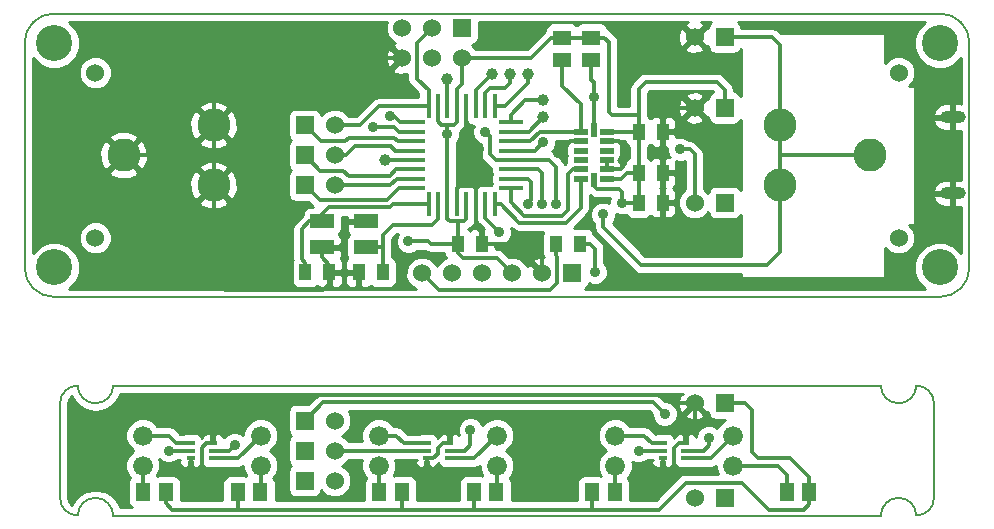
<source format=gbl>
G04 #@! TF.FileFunction,Copper,L2,Bot,Signal*
%FSLAX46Y46*%
G04 Gerber Fmt 4.6, Leading zero omitted, Abs format (unit mm)*
G04 Created by KiCad (PCBNEW 0.201503050816+5478~22~ubuntu14.10.1-product) date Thursday 12 March 2015 09:39:26 PM IST*
%MOMM*%
G01*
G04 APERTURE LIST*
%ADD10C,0.100000*%
%ADD11C,0.150000*%
%ADD12R,1.524000X1.524000*%
%ADD13C,1.524000*%
%ADD14R,1.300480X1.498600*%
%ADD15R,1.066800X1.422400*%
%ADD16C,1.676400*%
%ADD17R,1.498600X1.300480*%
%ADD18C,3.048000*%
%ADD19R,0.449580X1.998980*%
%ADD20R,1.998980X0.449580*%
%ADD21R,1.145000X0.550000*%
%ADD22R,0.550000X1.145000*%
%ADD23R,2.000000X1.200000*%
%ADD24C,1.000000*%
%ADD25R,0.700000X0.400000*%
%ADD26C,2.800000*%
%ADD27O,2.150000X1.050000*%
%ADD28C,0.900000*%
%ADD29C,0.300000*%
%ADD30C,0.254000*%
G04 APERTURE END LIST*
D10*
D11*
X73500000Y-69500000D02*
X74500000Y-69500000D01*
X73500000Y-62000000D02*
X74500000Y-62000000D01*
X74500000Y-69500000D02*
X106500000Y-69500000D01*
X73500000Y-69500000D02*
X41500000Y-69500000D01*
X111000000Y-79000000D02*
X111000000Y-71000000D01*
X41500000Y-80500000D02*
X106500000Y-80500000D01*
X37000000Y-71000000D02*
X37000000Y-79000000D01*
X109500000Y-80500000D02*
G75*
G03X111000000Y-79000000I0J1500000D01*
G01*
X111000000Y-71000000D02*
G75*
G03X109500000Y-69500000I-1500000J0D01*
G01*
X37000000Y-79000000D02*
G75*
G03X38500000Y-80500000I1500000J0D01*
G01*
X38500000Y-69500000D02*
G75*
G03X37000000Y-71000000I0J-1500000D01*
G01*
X109500000Y-80500000D02*
G75*
G03X108000000Y-79000000I-1500000J0D01*
G01*
X108000000Y-79000000D02*
G75*
G03X106500000Y-80500000I0J-1500000D01*
G01*
X108000000Y-71000000D02*
G75*
G03X109500000Y-69500000I0J1500000D01*
G01*
X106500000Y-69500000D02*
G75*
G03X108000000Y-71000000I1500000J0D01*
G01*
X41500000Y-80500000D02*
G75*
G03X40000000Y-79000000I-1500000J0D01*
G01*
X40000000Y-79000000D02*
G75*
G03X38500000Y-80500000I0J-1500000D01*
G01*
X38500000Y-69500000D02*
G75*
G03X40000000Y-71000000I1500000J0D01*
G01*
X40000000Y-71000000D02*
G75*
G03X41500000Y-69500000I0J1500000D01*
G01*
X111500000Y-38000000D02*
X36500000Y-38000000D01*
X114000000Y-59500000D02*
X114000000Y-40500000D01*
X74500000Y-62000000D02*
X111500000Y-62000000D01*
X36500000Y-62000000D02*
X73500000Y-62000000D01*
X34000000Y-40500000D02*
X34000000Y-59500000D01*
X36500000Y-38000000D02*
G75*
G03X34000000Y-40500000I0J-2500000D01*
G01*
X34000000Y-59500000D02*
G75*
G03X36500000Y-62000000I2500000J0D01*
G01*
X111500000Y-62000000D02*
G75*
G03X114000000Y-59500000I0J2500000D01*
G01*
X114000000Y-40500000D02*
G75*
G03X111500000Y-38000000I-2500000J0D01*
G01*
D12*
X93270000Y-79000000D03*
D13*
X90730000Y-79000000D03*
D12*
X93270000Y-54000000D03*
D13*
X90730000Y-54000000D03*
D12*
X57730000Y-75000000D03*
D13*
X60270000Y-75000000D03*
D12*
X93270000Y-71000000D03*
D13*
X90730000Y-71000000D03*
D12*
X57730000Y-50000000D03*
D13*
X60270000Y-50000000D03*
D12*
X57730000Y-52540000D03*
D13*
X60270000Y-52540000D03*
X108000000Y-57000000D03*
X108000000Y-43000000D03*
X40000000Y-43000000D03*
X40000000Y-57000000D03*
D14*
X53952500Y-78500000D03*
X52047500Y-78500000D03*
D15*
X64316000Y-59900000D03*
X62284000Y-59900000D03*
X57784000Y-59900000D03*
X59816000Y-59900000D03*
X70684000Y-57500000D03*
X72716000Y-57500000D03*
X78984000Y-57500000D03*
X81016000Y-57500000D03*
X85984000Y-51500000D03*
X88016000Y-51500000D03*
X85984000Y-54000000D03*
X88016000Y-54000000D03*
X85984000Y-48000000D03*
X88016000Y-48000000D03*
D16*
X94000000Y-76270000D03*
X94000000Y-73730000D03*
X84000000Y-76270000D03*
X84000000Y-73730000D03*
X74000000Y-76270000D03*
X74000000Y-73730000D03*
X64000000Y-76270000D03*
X64000000Y-73730000D03*
X54000000Y-76270000D03*
X54000000Y-73730000D03*
X44000000Y-76270000D03*
X44000000Y-73730000D03*
D12*
X80350000Y-60000000D03*
D13*
X77810000Y-60000000D03*
X75270000Y-60000000D03*
X72730000Y-60000000D03*
X70190000Y-60000000D03*
X67650000Y-60000000D03*
D17*
X79500000Y-40047500D03*
X79500000Y-41952500D03*
X82000000Y-40047500D03*
X82000000Y-41952500D03*
D18*
X36500000Y-59500000D03*
X111500000Y-40500000D03*
X111500000Y-59500000D03*
X36500000Y-40500000D03*
D19*
X68200920Y-54150360D03*
X69001020Y-54150360D03*
X69801120Y-54150360D03*
X70601220Y-54150360D03*
X71398780Y-54150360D03*
X72198880Y-54150360D03*
X72998980Y-54150360D03*
X73799080Y-54150360D03*
X73799080Y-45849640D03*
X68200920Y-45849640D03*
X69001020Y-45849640D03*
X69801120Y-45849640D03*
X70601220Y-45849640D03*
X71398780Y-45849640D03*
X72198880Y-45849640D03*
X72998980Y-45849640D03*
D20*
X75150360Y-52799080D03*
X75150360Y-51998980D03*
X75150360Y-51198880D03*
X75150360Y-50398780D03*
X75150360Y-49601220D03*
X75150360Y-48801120D03*
X75150360Y-48001020D03*
X75150360Y-47200920D03*
X66849640Y-52799080D03*
X66849640Y-51998980D03*
X66849640Y-51198880D03*
X66849640Y-50398780D03*
X66849640Y-49601220D03*
X66849640Y-48801120D03*
X66849640Y-48001020D03*
X66849640Y-47200920D03*
D21*
X83300000Y-52000000D03*
X83300000Y-51200000D03*
X83300000Y-48000000D03*
X83300000Y-48800000D03*
X83300000Y-49600000D03*
X83300000Y-50400000D03*
X81100000Y-50400000D03*
X81100000Y-49600000D03*
X81100000Y-48800000D03*
X81100000Y-48000000D03*
X81100000Y-51200000D03*
X81100000Y-52000000D03*
D22*
X82200000Y-52100000D03*
X82200000Y-47900000D03*
D23*
X62900000Y-57800000D03*
X59200000Y-55600000D03*
X62900000Y-55600000D03*
X59200000Y-57800000D03*
D24*
X75100000Y-43100000D03*
X76600000Y-43100000D03*
X77900000Y-45300000D03*
X77900000Y-46800000D03*
X69800000Y-43500000D03*
X73600000Y-43100000D03*
D12*
X71040000Y-39230000D03*
D13*
X71040000Y-41770000D03*
X68500000Y-39230000D03*
X68500000Y-41770000D03*
X65960000Y-39230000D03*
X65960000Y-41770000D03*
D24*
X64500000Y-50400000D03*
D12*
X57730000Y-47460000D03*
D13*
X60270000Y-47460000D03*
D12*
X93270000Y-46000000D03*
D13*
X90730000Y-46000000D03*
D12*
X93270000Y-40000000D03*
D13*
X90730000Y-40000000D03*
D12*
X57730000Y-72460000D03*
D13*
X60270000Y-72460000D03*
D12*
X57730000Y-77540000D03*
D13*
X60270000Y-77540000D03*
D14*
X44047500Y-78500000D03*
X45952500Y-78500000D03*
X64047500Y-78500000D03*
X65952500Y-78500000D03*
X73952500Y-78500000D03*
X72047500Y-78500000D03*
X83952500Y-78500000D03*
X82047500Y-78500000D03*
X98547500Y-78500000D03*
X100452500Y-78500000D03*
D25*
X49950000Y-74350000D03*
X49950000Y-75650000D03*
X49950000Y-75000000D03*
X48050000Y-75650000D03*
X48050000Y-75000000D03*
X48050000Y-74350000D03*
X69950000Y-74350000D03*
X69950000Y-75650000D03*
X69950000Y-75000000D03*
X68050000Y-75650000D03*
X68050000Y-75000000D03*
X68050000Y-74350000D03*
X89950000Y-74350000D03*
X89950000Y-75650000D03*
X89950000Y-75000000D03*
X88050000Y-75650000D03*
X88050000Y-75000000D03*
X88050000Y-74350000D03*
D26*
X50000000Y-52540000D03*
X50000000Y-47460000D03*
X42380000Y-50000000D03*
X98000000Y-47460000D03*
X98000000Y-52540000D03*
X105620000Y-50000000D03*
D27*
X112575000Y-53225000D03*
X112575000Y-46775000D03*
D28*
X83000000Y-55000000D03*
X72500000Y-49500000D03*
X89000000Y-57800000D03*
X84700000Y-50400000D03*
X79200000Y-49800000D03*
X66500000Y-57300000D03*
X69800000Y-48200000D03*
X84600000Y-54000000D03*
X79000000Y-54100000D03*
X82300000Y-59900000D03*
X73000000Y-48000000D03*
X64900000Y-46700000D03*
X63500000Y-47600000D03*
X77800000Y-54100000D03*
X76600000Y-54100000D03*
X82200000Y-45100000D03*
X77900000Y-48900000D03*
X74200000Y-56500000D03*
X69088000Y-77216000D03*
X89500000Y-49500000D03*
X51800000Y-74500000D03*
X46200000Y-75000000D03*
X71750000Y-73250000D03*
X91948000Y-73914000D03*
X88200000Y-71900000D03*
X86000000Y-75000000D03*
D29*
X72998980Y-44701020D02*
X73400000Y-44300000D01*
X73400000Y-44300000D02*
X74700000Y-44300000D01*
X74700000Y-44300000D02*
X75100000Y-43900000D01*
X75100000Y-43900000D02*
X75100000Y-43100000D01*
X72998980Y-45849640D02*
X72998980Y-44701020D01*
X74650360Y-45849640D02*
X76600000Y-43900000D01*
X76600000Y-43900000D02*
X76600000Y-43100000D01*
X73799080Y-45849640D02*
X74650360Y-45849640D01*
X75150360Y-46549640D02*
X76400000Y-45300000D01*
X76400000Y-45300000D02*
X77900000Y-45300000D01*
X75150360Y-47200920D02*
X75150360Y-46549640D01*
X76698980Y-48001020D02*
X77900000Y-46800000D01*
X75150360Y-48001020D02*
X76698980Y-48001020D01*
X69801120Y-43501120D02*
X69800000Y-43500000D01*
X69801120Y-45849640D02*
X69801120Y-43501120D01*
X72198880Y-44501120D02*
X73600000Y-43100000D01*
X72198880Y-45849640D02*
X72198880Y-44501120D01*
X83000000Y-56100000D02*
X86200000Y-59300000D01*
X83000000Y-55000000D02*
X83000000Y-56100000D01*
X98000000Y-58200000D02*
X98000000Y-52540000D01*
X96900000Y-59300000D02*
X86200000Y-59300000D01*
X98000000Y-58200000D02*
X96900000Y-59300000D01*
X97300000Y-40000000D02*
X98000000Y-40700000D01*
X98000000Y-40700000D02*
X98000000Y-47460000D01*
X93270000Y-40000000D02*
X97300000Y-40000000D01*
X98000000Y-50000000D02*
X98000000Y-52540000D01*
X98000000Y-47460000D02*
X98000000Y-50000000D01*
X105620000Y-50000000D02*
X98000000Y-50000000D01*
X72198880Y-54150360D02*
X72198880Y-56098880D01*
X72198880Y-56098880D02*
X72716000Y-56616000D01*
X72716000Y-57500000D02*
X76800000Y-57500000D01*
X76800000Y-57500000D02*
X77810000Y-58510000D01*
X88016000Y-48000000D02*
X88016000Y-46684000D01*
X88700000Y-46000000D02*
X90730000Y-46000000D01*
X88016000Y-46684000D02*
X88700000Y-46000000D01*
X72500000Y-49500000D02*
X71400000Y-49500000D01*
X83300000Y-51200000D02*
X83300000Y-50400000D01*
X88016000Y-54000000D02*
X88016000Y-51500000D01*
X88016000Y-51500000D02*
X88016000Y-48000000D01*
X70601220Y-52798780D02*
X70800000Y-52600000D01*
X71400000Y-52600000D02*
X72000000Y-52600000D01*
X70800000Y-52600000D02*
X71400000Y-52600000D01*
X72000000Y-52600000D02*
X72198880Y-52798880D01*
X72198880Y-52798880D02*
X72198880Y-54150360D01*
X70601220Y-54150360D02*
X70601220Y-52798780D01*
X71400000Y-49100000D02*
X71398780Y-49098780D01*
X71400000Y-49500000D02*
X71400000Y-49100000D01*
X71398780Y-49098780D02*
X71398780Y-45849640D01*
X71400000Y-52600000D02*
X71400000Y-49500000D01*
X50000000Y-50000000D02*
X50000000Y-52540000D01*
X50000000Y-47460000D02*
X50000000Y-50000000D01*
X42380000Y-50000000D02*
X50000000Y-50000000D01*
X59200000Y-57800000D02*
X59200000Y-58250000D01*
X72716000Y-56616000D02*
X72716000Y-57500000D01*
X77810000Y-60000000D02*
X77810000Y-58510000D01*
X88016000Y-55716000D02*
X89000000Y-56700000D01*
X89000000Y-56700000D02*
X89000000Y-57800000D01*
X88016000Y-54000000D02*
X88016000Y-55716000D01*
X62900000Y-55600000D02*
X62350000Y-55600000D01*
X50000000Y-60400000D02*
X50000000Y-52540000D01*
X84700000Y-49200000D02*
X84700000Y-50400000D01*
X83300000Y-48800000D02*
X84300000Y-48800000D01*
X84300000Y-48800000D02*
X84700000Y-49200000D01*
X84500000Y-51200000D02*
X84700000Y-51000000D01*
X83300000Y-51200000D02*
X84500000Y-51200000D01*
X84700000Y-51000000D02*
X84700000Y-50400000D01*
X80200000Y-48800000D02*
X79200000Y-49800000D01*
X81100000Y-48800000D02*
X80200000Y-48800000D01*
X52030000Y-41770000D02*
X50000000Y-43800000D01*
X50000000Y-43800000D02*
X50000000Y-47460000D01*
X65960000Y-41770000D02*
X52030000Y-41770000D01*
X59200000Y-58650000D02*
X59200000Y-57800000D01*
X60650000Y-57800000D02*
X61050000Y-57400000D01*
X61050000Y-57400000D02*
X61050000Y-55850000D01*
X61050000Y-55850000D02*
X61300000Y-55600000D01*
X61300000Y-55600000D02*
X62900000Y-55600000D01*
X59200000Y-57800000D02*
X60650000Y-57800000D01*
X51000000Y-61400000D02*
X50000000Y-60400000D01*
X59816000Y-59900000D02*
X62284000Y-59900000D01*
X59816000Y-59900000D02*
X59816000Y-59416000D01*
X59816000Y-59900000D02*
X59816000Y-60884000D01*
X59816000Y-59266000D02*
X59200000Y-58650000D01*
X59816000Y-59900000D02*
X59816000Y-59266000D01*
X59300000Y-61400000D02*
X51000000Y-61400000D01*
X59816000Y-60884000D02*
X59300000Y-61400000D01*
X62900000Y-57800000D02*
X62900000Y-58050000D01*
X69001020Y-55398980D02*
X68500000Y-55900000D01*
X69001020Y-54150360D02*
X69001020Y-55398980D01*
X64316000Y-57800000D02*
X62900000Y-57800000D01*
X64316000Y-59900000D02*
X64316000Y-57800000D01*
X64316000Y-56784000D02*
X65200000Y-55900000D01*
X65200000Y-55900000D02*
X68500000Y-55900000D01*
X64316000Y-57800000D02*
X64316000Y-56784000D01*
X57784000Y-59084000D02*
X57450000Y-58750000D01*
X57450000Y-58750000D02*
X57450000Y-56250000D01*
X57784000Y-59900000D02*
X57784000Y-59084000D01*
X65199640Y-54150360D02*
X68200920Y-54150360D01*
X64950000Y-54400000D02*
X65199640Y-54150360D01*
X59200000Y-55600000D02*
X58350000Y-55600000D01*
X58100000Y-55600000D02*
X59200000Y-55600000D01*
X59200000Y-55000000D02*
X59200000Y-55600000D01*
X59800000Y-54400000D02*
X59200000Y-55000000D01*
X64950000Y-54400000D02*
X59800000Y-54400000D01*
X57450000Y-56250000D02*
X58100000Y-55600000D01*
X66500000Y-57300000D02*
X68200000Y-57300000D01*
X68200000Y-57300000D02*
X68400000Y-57500000D01*
X68400000Y-57500000D02*
X70684000Y-57500000D01*
X93270000Y-46000000D02*
X93270000Y-44470000D01*
X93270000Y-44470000D02*
X92600000Y-43800000D01*
X69801120Y-54150360D02*
X69801120Y-48201120D01*
X69801120Y-48201120D02*
X69800000Y-48200000D01*
X69800000Y-48200000D02*
X69800000Y-47400000D01*
X70601220Y-45849640D02*
X70601220Y-44398780D01*
X71040000Y-43960000D02*
X71040000Y-41770000D01*
X70601220Y-44398780D02*
X71040000Y-43960000D01*
X84600000Y-54000000D02*
X85984000Y-54000000D01*
X85000000Y-51500000D02*
X85984000Y-51500000D01*
X84500000Y-52000000D02*
X85000000Y-51500000D01*
X83300000Y-52000000D02*
X84500000Y-52000000D01*
X83300000Y-48000000D02*
X85984000Y-48000000D01*
X85984000Y-48000000D02*
X85984000Y-51500000D01*
X85984000Y-51500000D02*
X85984000Y-54000000D01*
X79500000Y-40047500D02*
X82000000Y-40047500D01*
X85984000Y-46600000D02*
X85984000Y-48000000D01*
X85984000Y-44416000D02*
X85984000Y-46600000D01*
X69001020Y-47101020D02*
X69300000Y-47400000D01*
X69001020Y-45849640D02*
X69001020Y-47101020D01*
X69300000Y-47400000D02*
X69800000Y-47400000D01*
X69800000Y-47400000D02*
X70400000Y-47400000D01*
X70601220Y-47198780D02*
X70601220Y-45849640D01*
X70400000Y-47400000D02*
X70601220Y-47198780D01*
X71398780Y-55401220D02*
X71200000Y-55600000D01*
X70684000Y-55600000D02*
X70000000Y-55600000D01*
X71200000Y-55600000D02*
X70684000Y-55600000D01*
X70000000Y-55600000D02*
X69801120Y-55401120D01*
X69801120Y-55401120D02*
X69801120Y-54150360D01*
X71398780Y-54150360D02*
X71398780Y-55401220D01*
X78602500Y-40047500D02*
X76880000Y-41770000D01*
X79500000Y-40047500D02*
X78602500Y-40047500D01*
X76880000Y-41770000D02*
X71040000Y-41770000D01*
X70684000Y-57500000D02*
X70684000Y-55600000D01*
X70684000Y-58284000D02*
X71100000Y-58700000D01*
X70684000Y-57500000D02*
X70684000Y-58284000D01*
X86600000Y-43800000D02*
X85984000Y-44416000D01*
X92600000Y-43800000D02*
X86600000Y-43800000D01*
X83500000Y-46350000D02*
X83750000Y-46600000D01*
X83500000Y-40450000D02*
X83097500Y-40047500D01*
X83500000Y-46350000D02*
X83500000Y-40450000D01*
X83097500Y-40047500D02*
X82000000Y-40047500D01*
X85984000Y-46600000D02*
X83750000Y-46600000D01*
X82450000Y-52850000D02*
X84300000Y-52850000D01*
X84300000Y-52850000D02*
X84600000Y-53150000D01*
X84600000Y-53150000D02*
X84600000Y-54000000D01*
X82200000Y-52600000D02*
X82450000Y-52850000D01*
X82200000Y-52100000D02*
X82200000Y-52600000D01*
X73970000Y-58700000D02*
X75270000Y-60000000D01*
X71100000Y-58700000D02*
X73970000Y-58700000D01*
X78984000Y-58484000D02*
X79100000Y-58600000D01*
X79100000Y-58600000D02*
X79100000Y-60800000D01*
X79100000Y-60800000D02*
X78500000Y-61400000D01*
X78500000Y-61400000D02*
X69050000Y-61400000D01*
X69050000Y-61400000D02*
X67650000Y-60000000D01*
X78984000Y-57500000D02*
X78984000Y-58484000D01*
X75150360Y-50398780D02*
X78398780Y-50398780D01*
X79000000Y-51000000D02*
X79000000Y-54100000D01*
X78398780Y-50398780D02*
X79000000Y-51000000D01*
X82300000Y-57900000D02*
X82300000Y-59900000D01*
X75150360Y-50398780D02*
X73898780Y-50398780D01*
X73400000Y-48400000D02*
X73000000Y-48000000D01*
X73400000Y-49900000D02*
X73400000Y-48400000D01*
X73898780Y-50398780D02*
X73400000Y-49900000D01*
X81900000Y-57500000D02*
X82300000Y-57900000D01*
X81016000Y-57500000D02*
X81900000Y-57500000D01*
X44000000Y-76270000D02*
X44000000Y-78452500D01*
X44000000Y-78452500D02*
X44047500Y-78500000D01*
X54000000Y-76270000D02*
X54000000Y-78452500D01*
X54000000Y-78452500D02*
X53952500Y-78500000D01*
X64000000Y-76270000D02*
X64000000Y-78452500D01*
X64000000Y-78452500D02*
X64047500Y-78500000D01*
X74000000Y-76270000D02*
X74000000Y-78452500D01*
X74000000Y-78452500D02*
X73952500Y-78500000D01*
X66849640Y-47200920D02*
X65800920Y-47200920D01*
X65300000Y-46700000D02*
X64900000Y-46700000D01*
X65800920Y-47200920D02*
X65300000Y-46700000D01*
X65701020Y-48001020D02*
X66849640Y-48001020D01*
X65300000Y-47600000D02*
X65701020Y-48001020D01*
X63500000Y-47600000D02*
X65300000Y-47600000D01*
X75150360Y-51198880D02*
X77498880Y-51198880D01*
X77800000Y-51500000D02*
X77800000Y-54100000D01*
X77498880Y-51198880D02*
X77800000Y-51500000D01*
X75150360Y-51998980D02*
X76598980Y-51998980D01*
X76900000Y-53800000D02*
X76600000Y-54100000D01*
X76900000Y-52300000D02*
X76900000Y-53800000D01*
X76598980Y-51998980D02*
X76900000Y-52300000D01*
X74350360Y-54150360D02*
X73799080Y-54150360D01*
X81100000Y-54450000D02*
X81100000Y-52000000D01*
X79850000Y-55700000D02*
X81100000Y-54450000D01*
X75900000Y-55700000D02*
X74350360Y-54150360D01*
X79850000Y-55700000D02*
X75900000Y-55700000D01*
X75150360Y-52799080D02*
X75150360Y-53950360D01*
X80000000Y-54600000D02*
X80000000Y-51600000D01*
X79500000Y-55100000D02*
X80000000Y-54600000D01*
X76300000Y-55100000D02*
X79500000Y-55100000D01*
X75150360Y-53950360D02*
X76300000Y-55100000D01*
X80000000Y-51600000D02*
X80400000Y-51200000D01*
X80400000Y-51200000D02*
X81100000Y-51200000D01*
X81100000Y-45700000D02*
X79500000Y-44100000D01*
X79500000Y-44100000D02*
X79500000Y-41952500D01*
X81100000Y-48000000D02*
X81100000Y-45700000D01*
X76798880Y-48801120D02*
X77600000Y-48000000D01*
X77600000Y-48000000D02*
X81100000Y-48000000D01*
X75150360Y-48801120D02*
X76798880Y-48801120D01*
X82200000Y-45100000D02*
X82200000Y-43800000D01*
X82200000Y-43800000D02*
X82000000Y-43600000D01*
X75150360Y-49601220D02*
X77198780Y-49601220D01*
X77198780Y-49601220D02*
X77900000Y-48900000D01*
X82000000Y-43600000D02*
X82000000Y-41952500D01*
X82200000Y-47900000D02*
X82200000Y-45100000D01*
X72998980Y-54150360D02*
X72998980Y-55298980D01*
X72998980Y-55298980D02*
X74200000Y-56500000D01*
X64501220Y-50398780D02*
X64500000Y-50400000D01*
X66849640Y-50398780D02*
X64501220Y-50398780D01*
X44000000Y-73730000D02*
X46230000Y-73730000D01*
X46850000Y-74350000D02*
X48050000Y-74350000D01*
X46230000Y-73730000D02*
X46850000Y-74350000D01*
X49950000Y-75650000D02*
X52080000Y-75650000D01*
X52080000Y-75650000D02*
X54000000Y-73730000D01*
X64000000Y-73730000D02*
X65480000Y-73730000D01*
X66100000Y-74350000D02*
X68050000Y-74350000D01*
X65480000Y-73730000D02*
X66100000Y-74350000D01*
X69950000Y-75650000D02*
X72080000Y-75650000D01*
X72080000Y-75650000D02*
X74000000Y-73730000D01*
X83952500Y-78500000D02*
X83952500Y-76317500D01*
X83952500Y-76317500D02*
X84000000Y-76270000D01*
X84000000Y-73730000D02*
X86480000Y-73730000D01*
X87100000Y-74350000D02*
X88050000Y-74350000D01*
X86480000Y-73730000D02*
X87100000Y-74350000D01*
X94000000Y-76270000D02*
X97770000Y-76270000D01*
X98547500Y-77047500D02*
X98547500Y-78500000D01*
X97770000Y-76270000D02*
X98547500Y-77047500D01*
X89950000Y-75650000D02*
X92080000Y-75650000D01*
X92080000Y-75650000D02*
X94000000Y-73730000D01*
X52047500Y-78500000D02*
X52047500Y-80000000D01*
X65952500Y-78500000D02*
X65952500Y-80000000D01*
X72047500Y-78500000D02*
X72047500Y-80000000D01*
X82047500Y-78500000D02*
X82047500Y-80000000D01*
X45952500Y-78500000D02*
X45952500Y-79452500D01*
X100000000Y-80000000D02*
X100452500Y-79547500D01*
X97000000Y-80000000D02*
X100000000Y-80000000D01*
X94750000Y-77750000D02*
X97000000Y-80000000D01*
X90000000Y-77750000D02*
X94750000Y-77750000D01*
X87750000Y-80000000D02*
X90000000Y-77750000D01*
X46500000Y-80000000D02*
X52047500Y-80000000D01*
X52047500Y-80000000D02*
X65952500Y-80000000D01*
X65952500Y-80000000D02*
X72047500Y-80000000D01*
X72047500Y-80000000D02*
X82047500Y-80000000D01*
X82047500Y-80000000D02*
X87750000Y-80000000D01*
X45952500Y-79452500D02*
X46500000Y-80000000D01*
X100452500Y-79547500D02*
X100452500Y-78500000D01*
X100452500Y-77252500D02*
X100452500Y-78500000D01*
X95000000Y-71000000D02*
X95600000Y-71600000D01*
X95600000Y-71600000D02*
X95600000Y-75100000D01*
X95600000Y-75100000D02*
X96100000Y-75600000D01*
X96100000Y-75600000D02*
X98800000Y-75600000D01*
X98800000Y-75600000D02*
X100452500Y-77252500D01*
X93270000Y-71000000D02*
X95000000Y-71000000D01*
X88050000Y-75650000D02*
X88050000Y-76550000D01*
X89000000Y-76500000D02*
X89000000Y-75250000D01*
X88750000Y-76750000D02*
X89000000Y-76500000D01*
X88250000Y-76750000D02*
X88750000Y-76750000D01*
X88050000Y-76550000D02*
X88250000Y-76750000D01*
X48050000Y-75650000D02*
X48050000Y-76550000D01*
X49000000Y-76500000D02*
X49000000Y-75250000D01*
X48750000Y-76750000D02*
X49000000Y-76500000D01*
X48250000Y-76750000D02*
X48750000Y-76750000D01*
X48050000Y-76550000D02*
X48250000Y-76750000D01*
X89950000Y-74350000D02*
X89400000Y-74350000D01*
X89000000Y-74750000D02*
X89000000Y-75250000D01*
X89400000Y-74350000D02*
X89000000Y-74750000D01*
X89950000Y-74350000D02*
X89950000Y-73550000D01*
X90730000Y-72770000D02*
X90730000Y-71000000D01*
X89950000Y-73550000D02*
X90730000Y-72770000D01*
X68050000Y-75650000D02*
X68050000Y-76178000D01*
X68050000Y-76178000D02*
X69088000Y-77216000D01*
X69950000Y-74350000D02*
X69400000Y-74350000D01*
X68600000Y-75650000D02*
X68050000Y-75650000D01*
X69000000Y-75250000D02*
X68600000Y-75650000D01*
X69000000Y-74750000D02*
X69000000Y-75250000D01*
X69400000Y-74350000D02*
X69000000Y-74750000D01*
X50958000Y-70292000D02*
X49950000Y-71300000D01*
X49950000Y-71300000D02*
X49950000Y-74350000D01*
X50958000Y-70292000D02*
X88492000Y-70292000D01*
X88492000Y-70292000D02*
X89200000Y-71000000D01*
X90730000Y-71000000D02*
X89200000Y-71000000D01*
X49950000Y-74350000D02*
X49400000Y-74350000D01*
X49000000Y-74750000D02*
X49000000Y-75250000D01*
X49400000Y-74350000D02*
X49000000Y-74750000D01*
X68200920Y-44500920D02*
X67200000Y-43500000D01*
X67200000Y-43500000D02*
X67200000Y-40530000D01*
X67200000Y-40530000D02*
X68500000Y-39230000D01*
X68200920Y-45849640D02*
X68200920Y-44500920D01*
X62390000Y-47460000D02*
X64000360Y-45849640D01*
X64000360Y-45849640D02*
X68200920Y-45849640D01*
X60270000Y-47460000D02*
X62390000Y-47460000D01*
X58990000Y-53800000D02*
X57730000Y-52540000D01*
X66849640Y-52799080D02*
X65700920Y-52799080D01*
X65700920Y-52799080D02*
X64700000Y-53800000D01*
X64700000Y-53800000D02*
X58990000Y-53800000D01*
X64960000Y-52540000D02*
X65501020Y-51998980D01*
X65501020Y-51998980D02*
X66849640Y-51998980D01*
X60270000Y-52540000D02*
X64960000Y-52540000D01*
X59030000Y-51300000D02*
X57730000Y-50000000D01*
X66849640Y-51198880D02*
X65450098Y-51198880D01*
X61450000Y-51750000D02*
X61000000Y-51300000D01*
X64898978Y-51750000D02*
X61450000Y-51750000D01*
X65450098Y-51198880D02*
X64898978Y-51750000D01*
X61000000Y-51300000D02*
X59030000Y-51300000D01*
X61200000Y-50000000D02*
X62000000Y-49200000D01*
X65401220Y-49601220D02*
X66849640Y-49601220D01*
X65000000Y-49200000D02*
X62000000Y-49200000D01*
X65401220Y-49601220D02*
X65000000Y-49200000D01*
X60270000Y-50000000D02*
X61200000Y-50000000D01*
X59070000Y-48800000D02*
X57730000Y-47460000D01*
X66849640Y-48801120D02*
X65601120Y-48801120D01*
X61450000Y-48500000D02*
X61150000Y-48800000D01*
X65300000Y-48500000D02*
X61450000Y-48500000D01*
X65601120Y-48801120D02*
X65300000Y-48500000D01*
X61150000Y-48800000D02*
X59070000Y-48800000D01*
X90730000Y-49930000D02*
X90730000Y-54000000D01*
X90300000Y-49500000D02*
X90730000Y-49930000D01*
X89500000Y-49500000D02*
X90300000Y-49500000D01*
X49950000Y-75000000D02*
X51300000Y-75000000D01*
X51300000Y-75000000D02*
X51800000Y-74500000D01*
X48050000Y-75000000D02*
X46200000Y-75000000D01*
X69950000Y-75000000D02*
X71250000Y-75000000D01*
X71750000Y-74500000D02*
X71750000Y-73250000D01*
X71250000Y-75000000D02*
X71750000Y-74500000D01*
X68050000Y-75000000D02*
X60270000Y-75000000D01*
X89950000Y-75000000D02*
X91500000Y-75000000D01*
X59290000Y-70900000D02*
X57730000Y-72460000D01*
X87200000Y-70900000D02*
X59290000Y-70900000D01*
X87200000Y-70900000D02*
X88200000Y-71900000D01*
X91948000Y-74552000D02*
X91948000Y-73914000D01*
X91500000Y-75000000D02*
X91948000Y-74552000D01*
X88050000Y-75000000D02*
X86000000Y-75000000D01*
D30*
G36*
X69716523Y-58684080D02*
X69399697Y-58814990D01*
X69006371Y-59207630D01*
X68920050Y-59415512D01*
X68835010Y-59209697D01*
X68442370Y-58816371D01*
X67929100Y-58603243D01*
X67373339Y-58602758D01*
X66859697Y-58814990D01*
X66466371Y-59207630D01*
X66253243Y-59720900D01*
X66252758Y-60276661D01*
X66464990Y-60790303D01*
X66857630Y-61183629D01*
X67113800Y-61290000D01*
X62157000Y-61290000D01*
X62157000Y-61087450D01*
X62157000Y-60027000D01*
X61274350Y-60027000D01*
X61115600Y-60185750D01*
X61115600Y-60484891D01*
X61115600Y-60737510D01*
X61212273Y-60970899D01*
X61390902Y-61149527D01*
X61624291Y-61246200D01*
X61998250Y-61246200D01*
X62157000Y-61087450D01*
X62157000Y-61290000D01*
X60984400Y-61290000D01*
X60984400Y-60737510D01*
X60984400Y-60484891D01*
X60984400Y-60185750D01*
X60825650Y-60027000D01*
X59943000Y-60027000D01*
X59943000Y-61087450D01*
X60101750Y-61246200D01*
X60475709Y-61246200D01*
X60709098Y-61149527D01*
X60887727Y-60970899D01*
X60984400Y-60737510D01*
X60984400Y-61290000D01*
X52043405Y-61290000D01*
X52043405Y-52899969D01*
X52043405Y-47819969D01*
X52025614Y-47010591D01*
X51750106Y-46345455D01*
X51441724Y-46197882D01*
X51262118Y-46377487D01*
X51262118Y-46018276D01*
X51114545Y-45709894D01*
X50359969Y-45416595D01*
X49550591Y-45434386D01*
X48885455Y-45709894D01*
X48737882Y-46018276D01*
X50000000Y-47280395D01*
X51262118Y-46018276D01*
X51262118Y-46377487D01*
X50179605Y-47460000D01*
X51441724Y-48722118D01*
X51750106Y-48574545D01*
X52043405Y-47819969D01*
X52043405Y-52899969D01*
X52025614Y-52090591D01*
X51750106Y-51425455D01*
X51441724Y-51277882D01*
X51262118Y-51457487D01*
X51262118Y-51098276D01*
X51262118Y-48901724D01*
X50000000Y-47639605D01*
X49820395Y-47819210D01*
X49820395Y-47460000D01*
X48558276Y-46197882D01*
X48249894Y-46345455D01*
X47956595Y-47100031D01*
X47974386Y-47909409D01*
X48249894Y-48574545D01*
X48558276Y-48722118D01*
X49820395Y-47460000D01*
X49820395Y-47819210D01*
X48737882Y-48901724D01*
X48885455Y-49210106D01*
X49640031Y-49503405D01*
X50449409Y-49485614D01*
X51114545Y-49210106D01*
X51262118Y-48901724D01*
X51262118Y-51098276D01*
X51114545Y-50789894D01*
X50359969Y-50496595D01*
X49550591Y-50514386D01*
X48885455Y-50789894D01*
X48737882Y-51098276D01*
X50000000Y-52360395D01*
X51262118Y-51098276D01*
X51262118Y-51457487D01*
X50179605Y-52540000D01*
X51441724Y-53802118D01*
X51750106Y-53654545D01*
X52043405Y-52899969D01*
X52043405Y-61290000D01*
X51262118Y-61290000D01*
X51262118Y-53981724D01*
X50000000Y-52719605D01*
X49820395Y-52899210D01*
X49820395Y-52540000D01*
X48558276Y-51277882D01*
X48249894Y-51425455D01*
X47956595Y-52180031D01*
X47974386Y-52989409D01*
X48249894Y-53654545D01*
X48558276Y-53802118D01*
X49820395Y-52540000D01*
X49820395Y-52899210D01*
X48737882Y-53981724D01*
X48885455Y-54290106D01*
X49640031Y-54583405D01*
X50449409Y-54565614D01*
X51114545Y-54290106D01*
X51262118Y-53981724D01*
X51262118Y-61290000D01*
X44423405Y-61290000D01*
X44423405Y-50359969D01*
X44405614Y-49550591D01*
X44130106Y-48885455D01*
X43821724Y-48737882D01*
X43642118Y-48917487D01*
X43642118Y-48558276D01*
X43494545Y-48249894D01*
X42739969Y-47956595D01*
X41930591Y-47974386D01*
X41397242Y-48195306D01*
X41397242Y-42723339D01*
X41185010Y-42209697D01*
X40792370Y-41816371D01*
X40279100Y-41603243D01*
X39723339Y-41602758D01*
X39209697Y-41814990D01*
X38816371Y-42207630D01*
X38603243Y-42720900D01*
X38602758Y-43276661D01*
X38814990Y-43790303D01*
X39207630Y-44183629D01*
X39720900Y-44396757D01*
X40276661Y-44397242D01*
X40790303Y-44185010D01*
X41183629Y-43792370D01*
X41396757Y-43279100D01*
X41397242Y-42723339D01*
X41397242Y-48195306D01*
X41265455Y-48249894D01*
X41117882Y-48558276D01*
X42380000Y-49820395D01*
X43642118Y-48558276D01*
X43642118Y-48917487D01*
X42559605Y-50000000D01*
X43821724Y-51262118D01*
X44130106Y-51114545D01*
X44423405Y-50359969D01*
X44423405Y-61290000D01*
X43642118Y-61290000D01*
X43642118Y-51441724D01*
X42380000Y-50179605D01*
X42200395Y-50359210D01*
X42200395Y-50000000D01*
X40938276Y-48737882D01*
X40629894Y-48885455D01*
X40336595Y-49640031D01*
X40354386Y-50449409D01*
X40629894Y-51114545D01*
X40938276Y-51262118D01*
X42200395Y-50000000D01*
X42200395Y-50359210D01*
X41117882Y-51441724D01*
X41265455Y-51750106D01*
X42020031Y-52043405D01*
X42829409Y-52025614D01*
X43494545Y-51750106D01*
X43642118Y-51441724D01*
X43642118Y-61290000D01*
X41397242Y-61290000D01*
X41397242Y-56723339D01*
X41185010Y-56209697D01*
X40792370Y-55816371D01*
X40279100Y-55603243D01*
X39723339Y-55602758D01*
X39209697Y-55814990D01*
X38816371Y-56207630D01*
X38603243Y-56720900D01*
X38602758Y-57276661D01*
X38814990Y-57790303D01*
X39207630Y-58183629D01*
X39720900Y-58396757D01*
X40276661Y-58397242D01*
X40790303Y-58185010D01*
X41183629Y-57792370D01*
X41396757Y-57279100D01*
X41397242Y-56723339D01*
X41397242Y-61290000D01*
X37762827Y-61290000D01*
X38329244Y-60724572D01*
X38658624Y-59931336D01*
X38659374Y-59072433D01*
X38331378Y-58278623D01*
X37724572Y-57670756D01*
X36931336Y-57341376D01*
X36072433Y-57340626D01*
X35278623Y-57668622D01*
X34710000Y-58236252D01*
X34710000Y-41762827D01*
X35275428Y-42329244D01*
X36068664Y-42658624D01*
X36927567Y-42659374D01*
X37721377Y-42331378D01*
X38329244Y-41724572D01*
X38658624Y-40931336D01*
X38659374Y-40072433D01*
X38331378Y-39278623D01*
X37763747Y-38710000D01*
X64663273Y-38710000D01*
X64563243Y-38950900D01*
X64562758Y-39506661D01*
X64774990Y-40020303D01*
X65167630Y-40413629D01*
X65359727Y-40493394D01*
X65228857Y-40547603D01*
X65159392Y-40789787D01*
X65960000Y-41590395D01*
X65974142Y-41576252D01*
X66153747Y-41755857D01*
X66139605Y-41770000D01*
X66153747Y-41784142D01*
X65974142Y-41963747D01*
X65960000Y-41949605D01*
X65780395Y-42129210D01*
X65780395Y-41770000D01*
X64979787Y-40969392D01*
X64737603Y-41038857D01*
X64550856Y-41562302D01*
X64578638Y-42117368D01*
X64737603Y-42501143D01*
X64979787Y-42570608D01*
X65780395Y-41770000D01*
X65780395Y-42129210D01*
X65159392Y-42750213D01*
X65228857Y-42992397D01*
X65752302Y-43179144D01*
X66307368Y-43151362D01*
X66415000Y-43106779D01*
X66415000Y-43500000D01*
X66474755Y-43800407D01*
X66644921Y-44055079D01*
X67347282Y-44757440D01*
X67328690Y-44850150D01*
X67328690Y-45064640D01*
X64000360Y-45064640D01*
X63699953Y-45124395D01*
X63445281Y-45294561D01*
X62064842Y-46675000D01*
X61457201Y-46675000D01*
X61455010Y-46669697D01*
X61062370Y-46276371D01*
X60549100Y-46063243D01*
X59993339Y-46062758D01*
X59479697Y-46274990D01*
X59125892Y-46628177D01*
X59092463Y-46455877D01*
X58952673Y-46243073D01*
X58741640Y-46100623D01*
X58492000Y-46050560D01*
X56968000Y-46050560D01*
X56725877Y-46097537D01*
X56513073Y-46237327D01*
X56370623Y-46448360D01*
X56320560Y-46698000D01*
X56320560Y-48222000D01*
X56367537Y-48464123D01*
X56507327Y-48676927D01*
X56585541Y-48729722D01*
X56513073Y-48777327D01*
X56370623Y-48988360D01*
X56320560Y-49238000D01*
X56320560Y-50762000D01*
X56367537Y-51004123D01*
X56507327Y-51216927D01*
X56585541Y-51269722D01*
X56513073Y-51317327D01*
X56370623Y-51528360D01*
X56320560Y-51778000D01*
X56320560Y-53302000D01*
X56367537Y-53544123D01*
X56507327Y-53756927D01*
X56718360Y-53899377D01*
X56968000Y-53949440D01*
X58029282Y-53949440D01*
X58432402Y-54352560D01*
X58200000Y-54352560D01*
X57957877Y-54399537D01*
X57745073Y-54539327D01*
X57602623Y-54750360D01*
X57552560Y-55000000D01*
X57552560Y-55039816D01*
X57544921Y-55044921D01*
X56894921Y-55694921D01*
X56724755Y-55949593D01*
X56665000Y-56250000D01*
X56665000Y-58750000D01*
X56691381Y-58882629D01*
X56653223Y-58939160D01*
X56603160Y-59188800D01*
X56603160Y-60611200D01*
X56650137Y-60853323D01*
X56789927Y-61066127D01*
X57000960Y-61208577D01*
X57250600Y-61258640D01*
X58317400Y-61258640D01*
X58559523Y-61211663D01*
X58772327Y-61071873D01*
X58801713Y-61028338D01*
X58922902Y-61149527D01*
X59156291Y-61246200D01*
X59530250Y-61246200D01*
X59689000Y-61087450D01*
X59689000Y-60027000D01*
X59669000Y-60027000D01*
X59669000Y-59773000D01*
X59689000Y-59773000D01*
X59689000Y-59753000D01*
X59943000Y-59753000D01*
X59943000Y-59773000D01*
X60825650Y-59773000D01*
X60984400Y-59614250D01*
X60984400Y-59315109D01*
X60984400Y-59062490D01*
X60887727Y-58829101D01*
X60761757Y-58703132D01*
X60835000Y-58526310D01*
X60835000Y-58273691D01*
X60835000Y-58085750D01*
X60676250Y-57927000D01*
X59327000Y-57927000D01*
X59327000Y-57947000D01*
X59073000Y-57947000D01*
X59073000Y-57927000D01*
X59053000Y-57927000D01*
X59053000Y-57673000D01*
X59073000Y-57673000D01*
X59073000Y-57653000D01*
X59327000Y-57653000D01*
X59327000Y-57673000D01*
X60676250Y-57673000D01*
X60835000Y-57514250D01*
X60835000Y-57326309D01*
X60835000Y-57073690D01*
X60738327Y-56840301D01*
X60596849Y-56698824D01*
X60654927Y-56660673D01*
X60797377Y-56449640D01*
X60847440Y-56200000D01*
X60847440Y-55185000D01*
X61265000Y-55185000D01*
X61265000Y-55314250D01*
X61423750Y-55473000D01*
X62773000Y-55473000D01*
X62773000Y-55453000D01*
X63027000Y-55453000D01*
X63027000Y-55473000D01*
X63047000Y-55473000D01*
X63047000Y-55727000D01*
X63027000Y-55727000D01*
X63027000Y-55747000D01*
X62773000Y-55747000D01*
X62773000Y-55727000D01*
X61423750Y-55727000D01*
X61265000Y-55885750D01*
X61265000Y-56073691D01*
X61265000Y-56326310D01*
X61361673Y-56559699D01*
X61503150Y-56701175D01*
X61445073Y-56739327D01*
X61302623Y-56950360D01*
X61252560Y-57200000D01*
X61252560Y-58400000D01*
X61299537Y-58642123D01*
X61339070Y-58702304D01*
X61212273Y-58829101D01*
X61115600Y-59062490D01*
X61115600Y-59315109D01*
X61115600Y-59614250D01*
X61274350Y-59773000D01*
X62157000Y-59773000D01*
X62157000Y-59753000D01*
X62411000Y-59753000D01*
X62411000Y-59773000D01*
X62431000Y-59773000D01*
X62431000Y-60027000D01*
X62411000Y-60027000D01*
X62411000Y-61087450D01*
X62569750Y-61246200D01*
X62943709Y-61246200D01*
X63177098Y-61149527D01*
X63297573Y-61029052D01*
X63321927Y-61066127D01*
X63532960Y-61208577D01*
X63782600Y-61258640D01*
X64849400Y-61258640D01*
X65091523Y-61211663D01*
X65304327Y-61071873D01*
X65446777Y-60860840D01*
X65496840Y-60611200D01*
X65496840Y-59188800D01*
X65449863Y-58946677D01*
X65310073Y-58733873D01*
X65101000Y-58592746D01*
X65101000Y-57800000D01*
X65101000Y-57109158D01*
X65525158Y-56685000D01*
X65580549Y-56685000D01*
X65415189Y-57083233D01*
X65414812Y-57514873D01*
X65579646Y-57913800D01*
X65884595Y-58219282D01*
X66283233Y-58384811D01*
X66714873Y-58385188D01*
X67113800Y-58220354D01*
X67249390Y-58085000D01*
X67889701Y-58085000D01*
X68099594Y-58225245D01*
X68400000Y-58285000D01*
X69517478Y-58285000D01*
X69550137Y-58453323D01*
X69689927Y-58666127D01*
X69716523Y-58684080D01*
X69716523Y-58684080D01*
G37*
X69716523Y-58684080D02*
X69399697Y-58814990D01*
X69006371Y-59207630D01*
X68920050Y-59415512D01*
X68835010Y-59209697D01*
X68442370Y-58816371D01*
X67929100Y-58603243D01*
X67373339Y-58602758D01*
X66859697Y-58814990D01*
X66466371Y-59207630D01*
X66253243Y-59720900D01*
X66252758Y-60276661D01*
X66464990Y-60790303D01*
X66857630Y-61183629D01*
X67113800Y-61290000D01*
X62157000Y-61290000D01*
X62157000Y-61087450D01*
X62157000Y-60027000D01*
X61274350Y-60027000D01*
X61115600Y-60185750D01*
X61115600Y-60484891D01*
X61115600Y-60737510D01*
X61212273Y-60970899D01*
X61390902Y-61149527D01*
X61624291Y-61246200D01*
X61998250Y-61246200D01*
X62157000Y-61087450D01*
X62157000Y-61290000D01*
X60984400Y-61290000D01*
X60984400Y-60737510D01*
X60984400Y-60484891D01*
X60984400Y-60185750D01*
X60825650Y-60027000D01*
X59943000Y-60027000D01*
X59943000Y-61087450D01*
X60101750Y-61246200D01*
X60475709Y-61246200D01*
X60709098Y-61149527D01*
X60887727Y-60970899D01*
X60984400Y-60737510D01*
X60984400Y-61290000D01*
X52043405Y-61290000D01*
X52043405Y-52899969D01*
X52043405Y-47819969D01*
X52025614Y-47010591D01*
X51750106Y-46345455D01*
X51441724Y-46197882D01*
X51262118Y-46377487D01*
X51262118Y-46018276D01*
X51114545Y-45709894D01*
X50359969Y-45416595D01*
X49550591Y-45434386D01*
X48885455Y-45709894D01*
X48737882Y-46018276D01*
X50000000Y-47280395D01*
X51262118Y-46018276D01*
X51262118Y-46377487D01*
X50179605Y-47460000D01*
X51441724Y-48722118D01*
X51750106Y-48574545D01*
X52043405Y-47819969D01*
X52043405Y-52899969D01*
X52025614Y-52090591D01*
X51750106Y-51425455D01*
X51441724Y-51277882D01*
X51262118Y-51457487D01*
X51262118Y-51098276D01*
X51262118Y-48901724D01*
X50000000Y-47639605D01*
X49820395Y-47819210D01*
X49820395Y-47460000D01*
X48558276Y-46197882D01*
X48249894Y-46345455D01*
X47956595Y-47100031D01*
X47974386Y-47909409D01*
X48249894Y-48574545D01*
X48558276Y-48722118D01*
X49820395Y-47460000D01*
X49820395Y-47819210D01*
X48737882Y-48901724D01*
X48885455Y-49210106D01*
X49640031Y-49503405D01*
X50449409Y-49485614D01*
X51114545Y-49210106D01*
X51262118Y-48901724D01*
X51262118Y-51098276D01*
X51114545Y-50789894D01*
X50359969Y-50496595D01*
X49550591Y-50514386D01*
X48885455Y-50789894D01*
X48737882Y-51098276D01*
X50000000Y-52360395D01*
X51262118Y-51098276D01*
X51262118Y-51457487D01*
X50179605Y-52540000D01*
X51441724Y-53802118D01*
X51750106Y-53654545D01*
X52043405Y-52899969D01*
X52043405Y-61290000D01*
X51262118Y-61290000D01*
X51262118Y-53981724D01*
X50000000Y-52719605D01*
X49820395Y-52899210D01*
X49820395Y-52540000D01*
X48558276Y-51277882D01*
X48249894Y-51425455D01*
X47956595Y-52180031D01*
X47974386Y-52989409D01*
X48249894Y-53654545D01*
X48558276Y-53802118D01*
X49820395Y-52540000D01*
X49820395Y-52899210D01*
X48737882Y-53981724D01*
X48885455Y-54290106D01*
X49640031Y-54583405D01*
X50449409Y-54565614D01*
X51114545Y-54290106D01*
X51262118Y-53981724D01*
X51262118Y-61290000D01*
X44423405Y-61290000D01*
X44423405Y-50359969D01*
X44405614Y-49550591D01*
X44130106Y-48885455D01*
X43821724Y-48737882D01*
X43642118Y-48917487D01*
X43642118Y-48558276D01*
X43494545Y-48249894D01*
X42739969Y-47956595D01*
X41930591Y-47974386D01*
X41397242Y-48195306D01*
X41397242Y-42723339D01*
X41185010Y-42209697D01*
X40792370Y-41816371D01*
X40279100Y-41603243D01*
X39723339Y-41602758D01*
X39209697Y-41814990D01*
X38816371Y-42207630D01*
X38603243Y-42720900D01*
X38602758Y-43276661D01*
X38814990Y-43790303D01*
X39207630Y-44183629D01*
X39720900Y-44396757D01*
X40276661Y-44397242D01*
X40790303Y-44185010D01*
X41183629Y-43792370D01*
X41396757Y-43279100D01*
X41397242Y-42723339D01*
X41397242Y-48195306D01*
X41265455Y-48249894D01*
X41117882Y-48558276D01*
X42380000Y-49820395D01*
X43642118Y-48558276D01*
X43642118Y-48917487D01*
X42559605Y-50000000D01*
X43821724Y-51262118D01*
X44130106Y-51114545D01*
X44423405Y-50359969D01*
X44423405Y-61290000D01*
X43642118Y-61290000D01*
X43642118Y-51441724D01*
X42380000Y-50179605D01*
X42200395Y-50359210D01*
X42200395Y-50000000D01*
X40938276Y-48737882D01*
X40629894Y-48885455D01*
X40336595Y-49640031D01*
X40354386Y-50449409D01*
X40629894Y-51114545D01*
X40938276Y-51262118D01*
X42200395Y-50000000D01*
X42200395Y-50359210D01*
X41117882Y-51441724D01*
X41265455Y-51750106D01*
X42020031Y-52043405D01*
X42829409Y-52025614D01*
X43494545Y-51750106D01*
X43642118Y-51441724D01*
X43642118Y-61290000D01*
X41397242Y-61290000D01*
X41397242Y-56723339D01*
X41185010Y-56209697D01*
X40792370Y-55816371D01*
X40279100Y-55603243D01*
X39723339Y-55602758D01*
X39209697Y-55814990D01*
X38816371Y-56207630D01*
X38603243Y-56720900D01*
X38602758Y-57276661D01*
X38814990Y-57790303D01*
X39207630Y-58183629D01*
X39720900Y-58396757D01*
X40276661Y-58397242D01*
X40790303Y-58185010D01*
X41183629Y-57792370D01*
X41396757Y-57279100D01*
X41397242Y-56723339D01*
X41397242Y-61290000D01*
X37762827Y-61290000D01*
X38329244Y-60724572D01*
X38658624Y-59931336D01*
X38659374Y-59072433D01*
X38331378Y-58278623D01*
X37724572Y-57670756D01*
X36931336Y-57341376D01*
X36072433Y-57340626D01*
X35278623Y-57668622D01*
X34710000Y-58236252D01*
X34710000Y-41762827D01*
X35275428Y-42329244D01*
X36068664Y-42658624D01*
X36927567Y-42659374D01*
X37721377Y-42331378D01*
X38329244Y-41724572D01*
X38658624Y-40931336D01*
X38659374Y-40072433D01*
X38331378Y-39278623D01*
X37763747Y-38710000D01*
X64663273Y-38710000D01*
X64563243Y-38950900D01*
X64562758Y-39506661D01*
X64774990Y-40020303D01*
X65167630Y-40413629D01*
X65359727Y-40493394D01*
X65228857Y-40547603D01*
X65159392Y-40789787D01*
X65960000Y-41590395D01*
X65974142Y-41576252D01*
X66153747Y-41755857D01*
X66139605Y-41770000D01*
X66153747Y-41784142D01*
X65974142Y-41963747D01*
X65960000Y-41949605D01*
X65780395Y-42129210D01*
X65780395Y-41770000D01*
X64979787Y-40969392D01*
X64737603Y-41038857D01*
X64550856Y-41562302D01*
X64578638Y-42117368D01*
X64737603Y-42501143D01*
X64979787Y-42570608D01*
X65780395Y-41770000D01*
X65780395Y-42129210D01*
X65159392Y-42750213D01*
X65228857Y-42992397D01*
X65752302Y-43179144D01*
X66307368Y-43151362D01*
X66415000Y-43106779D01*
X66415000Y-43500000D01*
X66474755Y-43800407D01*
X66644921Y-44055079D01*
X67347282Y-44757440D01*
X67328690Y-44850150D01*
X67328690Y-45064640D01*
X64000360Y-45064640D01*
X63699953Y-45124395D01*
X63445281Y-45294561D01*
X62064842Y-46675000D01*
X61457201Y-46675000D01*
X61455010Y-46669697D01*
X61062370Y-46276371D01*
X60549100Y-46063243D01*
X59993339Y-46062758D01*
X59479697Y-46274990D01*
X59125892Y-46628177D01*
X59092463Y-46455877D01*
X58952673Y-46243073D01*
X58741640Y-46100623D01*
X58492000Y-46050560D01*
X56968000Y-46050560D01*
X56725877Y-46097537D01*
X56513073Y-46237327D01*
X56370623Y-46448360D01*
X56320560Y-46698000D01*
X56320560Y-48222000D01*
X56367537Y-48464123D01*
X56507327Y-48676927D01*
X56585541Y-48729722D01*
X56513073Y-48777327D01*
X56370623Y-48988360D01*
X56320560Y-49238000D01*
X56320560Y-50762000D01*
X56367537Y-51004123D01*
X56507327Y-51216927D01*
X56585541Y-51269722D01*
X56513073Y-51317327D01*
X56370623Y-51528360D01*
X56320560Y-51778000D01*
X56320560Y-53302000D01*
X56367537Y-53544123D01*
X56507327Y-53756927D01*
X56718360Y-53899377D01*
X56968000Y-53949440D01*
X58029282Y-53949440D01*
X58432402Y-54352560D01*
X58200000Y-54352560D01*
X57957877Y-54399537D01*
X57745073Y-54539327D01*
X57602623Y-54750360D01*
X57552560Y-55000000D01*
X57552560Y-55039816D01*
X57544921Y-55044921D01*
X56894921Y-55694921D01*
X56724755Y-55949593D01*
X56665000Y-56250000D01*
X56665000Y-58750000D01*
X56691381Y-58882629D01*
X56653223Y-58939160D01*
X56603160Y-59188800D01*
X56603160Y-60611200D01*
X56650137Y-60853323D01*
X56789927Y-61066127D01*
X57000960Y-61208577D01*
X57250600Y-61258640D01*
X58317400Y-61258640D01*
X58559523Y-61211663D01*
X58772327Y-61071873D01*
X58801713Y-61028338D01*
X58922902Y-61149527D01*
X59156291Y-61246200D01*
X59530250Y-61246200D01*
X59689000Y-61087450D01*
X59689000Y-60027000D01*
X59669000Y-60027000D01*
X59669000Y-59773000D01*
X59689000Y-59773000D01*
X59689000Y-59753000D01*
X59943000Y-59753000D01*
X59943000Y-59773000D01*
X60825650Y-59773000D01*
X60984400Y-59614250D01*
X60984400Y-59315109D01*
X60984400Y-59062490D01*
X60887727Y-58829101D01*
X60761757Y-58703132D01*
X60835000Y-58526310D01*
X60835000Y-58273691D01*
X60835000Y-58085750D01*
X60676250Y-57927000D01*
X59327000Y-57927000D01*
X59327000Y-57947000D01*
X59073000Y-57947000D01*
X59073000Y-57927000D01*
X59053000Y-57927000D01*
X59053000Y-57673000D01*
X59073000Y-57673000D01*
X59073000Y-57653000D01*
X59327000Y-57653000D01*
X59327000Y-57673000D01*
X60676250Y-57673000D01*
X60835000Y-57514250D01*
X60835000Y-57326309D01*
X60835000Y-57073690D01*
X60738327Y-56840301D01*
X60596849Y-56698824D01*
X60654927Y-56660673D01*
X60797377Y-56449640D01*
X60847440Y-56200000D01*
X60847440Y-55185000D01*
X61265000Y-55185000D01*
X61265000Y-55314250D01*
X61423750Y-55473000D01*
X62773000Y-55473000D01*
X62773000Y-55453000D01*
X63027000Y-55453000D01*
X63027000Y-55473000D01*
X63047000Y-55473000D01*
X63047000Y-55727000D01*
X63027000Y-55727000D01*
X63027000Y-55747000D01*
X62773000Y-55747000D01*
X62773000Y-55727000D01*
X61423750Y-55727000D01*
X61265000Y-55885750D01*
X61265000Y-56073691D01*
X61265000Y-56326310D01*
X61361673Y-56559699D01*
X61503150Y-56701175D01*
X61445073Y-56739327D01*
X61302623Y-56950360D01*
X61252560Y-57200000D01*
X61252560Y-58400000D01*
X61299537Y-58642123D01*
X61339070Y-58702304D01*
X61212273Y-58829101D01*
X61115600Y-59062490D01*
X61115600Y-59315109D01*
X61115600Y-59614250D01*
X61274350Y-59773000D01*
X62157000Y-59773000D01*
X62157000Y-59753000D01*
X62411000Y-59753000D01*
X62411000Y-59773000D01*
X62431000Y-59773000D01*
X62431000Y-60027000D01*
X62411000Y-60027000D01*
X62411000Y-61087450D01*
X62569750Y-61246200D01*
X62943709Y-61246200D01*
X63177098Y-61149527D01*
X63297573Y-61029052D01*
X63321927Y-61066127D01*
X63532960Y-61208577D01*
X63782600Y-61258640D01*
X64849400Y-61258640D01*
X65091523Y-61211663D01*
X65304327Y-61071873D01*
X65446777Y-60860840D01*
X65496840Y-60611200D01*
X65496840Y-59188800D01*
X65449863Y-58946677D01*
X65310073Y-58733873D01*
X65101000Y-58592746D01*
X65101000Y-57800000D01*
X65101000Y-57109158D01*
X65525158Y-56685000D01*
X65580549Y-56685000D01*
X65415189Y-57083233D01*
X65414812Y-57514873D01*
X65579646Y-57913800D01*
X65884595Y-58219282D01*
X66283233Y-58384811D01*
X66714873Y-58385188D01*
X67113800Y-58220354D01*
X67249390Y-58085000D01*
X67889701Y-58085000D01*
X68099594Y-58225245D01*
X68400000Y-58285000D01*
X69517478Y-58285000D01*
X69550137Y-58453323D01*
X69689927Y-58666127D01*
X69716523Y-58684080D01*
G36*
X72872696Y-56282854D02*
X72843000Y-56312550D01*
X72843000Y-57373000D01*
X72863000Y-57373000D01*
X72863000Y-57627000D01*
X72843000Y-57627000D01*
X72843000Y-57647000D01*
X72589000Y-57647000D01*
X72589000Y-57627000D01*
X72569000Y-57627000D01*
X72569000Y-57373000D01*
X72589000Y-57373000D01*
X72589000Y-56312550D01*
X72430250Y-56153800D01*
X72056291Y-56153800D01*
X71822902Y-56250473D01*
X71702426Y-56370947D01*
X71678073Y-56333873D01*
X71583268Y-56269878D01*
X71755079Y-56155079D01*
X71953859Y-55956299D01*
X72068416Y-55784850D01*
X72068417Y-55784850D01*
X72124025Y-55701627D01*
X72124025Y-55701626D01*
X72168739Y-55476832D01*
X72199518Y-55431235D01*
X72257994Y-55520254D01*
X72273735Y-55599387D01*
X72397657Y-55784850D01*
X72443901Y-55854059D01*
X72872696Y-56282854D01*
X72872696Y-56282854D01*
G37*
X72872696Y-56282854D02*
X72843000Y-56312550D01*
X72843000Y-57373000D01*
X72863000Y-57373000D01*
X72863000Y-57627000D01*
X72843000Y-57627000D01*
X72843000Y-57647000D01*
X72589000Y-57647000D01*
X72589000Y-57627000D01*
X72569000Y-57627000D01*
X72569000Y-57373000D01*
X72589000Y-57373000D01*
X72589000Y-56312550D01*
X72430250Y-56153800D01*
X72056291Y-56153800D01*
X71822902Y-56250473D01*
X71702426Y-56370947D01*
X71678073Y-56333873D01*
X71583268Y-56269878D01*
X71755079Y-56155079D01*
X71953859Y-55956299D01*
X72068416Y-55784850D01*
X72068417Y-55784850D01*
X72124025Y-55701627D01*
X72124025Y-55701626D01*
X72168739Y-55476832D01*
X72199518Y-55431235D01*
X72257994Y-55520254D01*
X72273735Y-55599387D01*
X72397657Y-55784850D01*
X72443901Y-55854059D01*
X72872696Y-56282854D01*
G36*
X73537996Y-52401925D02*
X73515346Y-52514866D01*
X73396134Y-52537996D01*
X73223770Y-52503430D01*
X72774190Y-52503430D01*
X72601048Y-52537023D01*
X72549980Y-52515870D01*
X72470025Y-52515870D01*
X72311275Y-52674620D01*
X72311275Y-52702030D01*
X72198241Y-52869484D01*
X72086485Y-52699356D01*
X72086485Y-52674620D01*
X71927735Y-52515870D01*
X71847780Y-52515870D01*
X71794875Y-52537783D01*
X71623570Y-52503430D01*
X71173990Y-52503430D01*
X71002577Y-52536687D01*
X70952320Y-52515870D01*
X70872365Y-52515870D01*
X70713615Y-52674620D01*
X70713615Y-52698267D01*
X70599328Y-52867577D01*
X70586120Y-52847469D01*
X70586120Y-48948334D01*
X70719282Y-48815405D01*
X70884811Y-48416767D01*
X70885173Y-48001788D01*
X70955079Y-47955079D01*
X71156299Y-47753859D01*
X71326465Y-47499187D01*
X71326465Y-47499186D01*
X71386220Y-47198780D01*
X71386220Y-47153831D01*
X71400671Y-47132422D01*
X71511175Y-47300643D01*
X71511175Y-47325380D01*
X71669925Y-47484130D01*
X71749880Y-47484130D01*
X71802784Y-47462216D01*
X71974090Y-47496570D01*
X72034221Y-47496570D01*
X71915189Y-47783233D01*
X71914812Y-48214873D01*
X72079646Y-48613800D01*
X72384595Y-48919282D01*
X72615000Y-49014954D01*
X72615000Y-49900000D01*
X72674755Y-50200407D01*
X72844921Y-50455079D01*
X73343701Y-50953859D01*
X73503430Y-51060585D01*
X73503430Y-51423670D01*
X73537996Y-51601825D01*
X73503430Y-51774190D01*
X73503430Y-52223770D01*
X73537996Y-52401925D01*
X73537996Y-52401925D01*
G37*
X73537996Y-52401925D02*
X73515346Y-52514866D01*
X73396134Y-52537996D01*
X73223770Y-52503430D01*
X72774190Y-52503430D01*
X72601048Y-52537023D01*
X72549980Y-52515870D01*
X72470025Y-52515870D01*
X72311275Y-52674620D01*
X72311275Y-52702030D01*
X72198241Y-52869484D01*
X72086485Y-52699356D01*
X72086485Y-52674620D01*
X71927735Y-52515870D01*
X71847780Y-52515870D01*
X71794875Y-52537783D01*
X71623570Y-52503430D01*
X71173990Y-52503430D01*
X71002577Y-52536687D01*
X70952320Y-52515870D01*
X70872365Y-52515870D01*
X70713615Y-52674620D01*
X70713615Y-52698267D01*
X70599328Y-52867577D01*
X70586120Y-52847469D01*
X70586120Y-48948334D01*
X70719282Y-48815405D01*
X70884811Y-48416767D01*
X70885173Y-48001788D01*
X70955079Y-47955079D01*
X71156299Y-47753859D01*
X71326465Y-47499187D01*
X71326465Y-47499186D01*
X71386220Y-47198780D01*
X71386220Y-47153831D01*
X71400671Y-47132422D01*
X71511175Y-47300643D01*
X71511175Y-47325380D01*
X71669925Y-47484130D01*
X71749880Y-47484130D01*
X71802784Y-47462216D01*
X71974090Y-47496570D01*
X72034221Y-47496570D01*
X71915189Y-47783233D01*
X71914812Y-48214873D01*
X72079646Y-48613800D01*
X72384595Y-48919282D01*
X72615000Y-49014954D01*
X72615000Y-49900000D01*
X72674755Y-50200407D01*
X72844921Y-50455079D01*
X73343701Y-50953859D01*
X73503430Y-51060585D01*
X73503430Y-51423670D01*
X73537996Y-51601825D01*
X73503430Y-51774190D01*
X73503430Y-52223770D01*
X73537996Y-52401925D01*
G36*
X78003747Y-60014142D02*
X77824142Y-60193747D01*
X77810000Y-60179605D01*
X77795857Y-60193747D01*
X77616252Y-60014142D01*
X77630395Y-60000000D01*
X76829787Y-59199392D01*
X76587603Y-59268857D01*
X76537491Y-59409317D01*
X76455010Y-59209697D01*
X76062370Y-58816371D01*
X75549100Y-58603243D01*
X74993339Y-58602758D01*
X74985963Y-58605805D01*
X74525079Y-58144921D01*
X74270407Y-57974755D01*
X73970000Y-57915000D01*
X73884400Y-57915000D01*
X73884400Y-57785750D01*
X73725652Y-57627002D01*
X73884400Y-57627002D01*
X73884400Y-57543771D01*
X73983233Y-57584811D01*
X74414873Y-57585188D01*
X74813800Y-57420354D01*
X75119282Y-57115405D01*
X75284811Y-56716767D01*
X75285188Y-56285127D01*
X75221969Y-56132127D01*
X75344921Y-56255079D01*
X75599594Y-56425245D01*
X75900000Y-56485000D01*
X77889781Y-56485000D01*
X77853223Y-56539160D01*
X77803160Y-56788800D01*
X77803160Y-58211200D01*
X77850137Y-58453323D01*
X77942939Y-58594597D01*
X77462632Y-58618638D01*
X77078857Y-58777603D01*
X77009392Y-59019787D01*
X77810000Y-59820395D01*
X77824142Y-59806252D01*
X78003747Y-59985857D01*
X77989605Y-60000000D01*
X78003747Y-60014142D01*
X78003747Y-60014142D01*
G37*
X78003747Y-60014142D02*
X77824142Y-60193747D01*
X77810000Y-60179605D01*
X77795857Y-60193747D01*
X77616252Y-60014142D01*
X77630395Y-60000000D01*
X76829787Y-59199392D01*
X76587603Y-59268857D01*
X76537491Y-59409317D01*
X76455010Y-59209697D01*
X76062370Y-58816371D01*
X75549100Y-58603243D01*
X74993339Y-58602758D01*
X74985963Y-58605805D01*
X74525079Y-58144921D01*
X74270407Y-57974755D01*
X73970000Y-57915000D01*
X73884400Y-57915000D01*
X73884400Y-57785750D01*
X73725652Y-57627002D01*
X73884400Y-57627002D01*
X73884400Y-57543771D01*
X73983233Y-57584811D01*
X74414873Y-57585188D01*
X74813800Y-57420354D01*
X75119282Y-57115405D01*
X75284811Y-56716767D01*
X75285188Y-56285127D01*
X75221969Y-56132127D01*
X75344921Y-56255079D01*
X75599594Y-56425245D01*
X75900000Y-56485000D01*
X77889781Y-56485000D01*
X77853223Y-56539160D01*
X77803160Y-56788800D01*
X77803160Y-58211200D01*
X77850137Y-58453323D01*
X77942939Y-58594597D01*
X77462632Y-58618638D01*
X77078857Y-58777603D01*
X77009392Y-59019787D01*
X77810000Y-59820395D01*
X77824142Y-59806252D01*
X78003747Y-59985857D01*
X77989605Y-60000000D01*
X78003747Y-60014142D01*
G36*
X80170568Y-48799954D02*
X80072573Y-48864327D01*
X79986687Y-48991562D01*
X79892500Y-49085750D01*
X79892500Y-49201310D01*
X79900831Y-49221423D01*
X79880060Y-49325000D01*
X79880060Y-49875000D01*
X79904713Y-50002065D01*
X79880060Y-50125000D01*
X79880060Y-50621442D01*
X79844921Y-50644921D01*
X79736029Y-50753812D01*
X79725245Y-50699594D01*
X79725244Y-50699593D01*
X79555079Y-50444921D01*
X79555075Y-50444918D01*
X78953859Y-49843701D01*
X78699187Y-49673535D01*
X78667241Y-49667180D01*
X78819282Y-49515405D01*
X78984811Y-49116767D01*
X78985100Y-48785000D01*
X80148415Y-48785000D01*
X80170568Y-48799954D01*
X80170568Y-48799954D01*
G37*
X80170568Y-48799954D02*
X80072573Y-48864327D01*
X79986687Y-48991562D01*
X79892500Y-49085750D01*
X79892500Y-49201310D01*
X79900831Y-49221423D01*
X79880060Y-49325000D01*
X79880060Y-49875000D01*
X79904713Y-50002065D01*
X79880060Y-50125000D01*
X79880060Y-50621442D01*
X79844921Y-50644921D01*
X79736029Y-50753812D01*
X79725245Y-50699594D01*
X79725244Y-50699593D01*
X79555079Y-50444921D01*
X79555075Y-50444918D01*
X78953859Y-49843701D01*
X78699187Y-49673535D01*
X78667241Y-49667180D01*
X78819282Y-49515405D01*
X78984811Y-49116767D01*
X78985100Y-48785000D01*
X80148415Y-48785000D01*
X80170568Y-48799954D01*
G36*
X80497000Y-60127000D02*
X80477000Y-60127000D01*
X80477000Y-60147000D01*
X80223000Y-60147000D01*
X80223000Y-60127000D01*
X80203000Y-60127000D01*
X80203000Y-59873000D01*
X80223000Y-59873000D01*
X80223000Y-59853000D01*
X80477000Y-59853000D01*
X80477000Y-59873000D01*
X80497000Y-59873000D01*
X80497000Y-60127000D01*
X80497000Y-60127000D01*
G37*
X80497000Y-60127000D02*
X80477000Y-60127000D01*
X80477000Y-60147000D01*
X80223000Y-60147000D01*
X80223000Y-60127000D01*
X80203000Y-60127000D01*
X80203000Y-59873000D01*
X80223000Y-59873000D01*
X80223000Y-59853000D01*
X80477000Y-59853000D01*
X80477000Y-59873000D01*
X80497000Y-59873000D01*
X80497000Y-60127000D01*
G36*
X85199000Y-50194562D02*
X84995673Y-50328127D01*
X84853223Y-50539160D01*
X84810396Y-50752714D01*
X84699594Y-50774755D01*
X84507500Y-50903107D01*
X84507500Y-50801310D01*
X84507500Y-50798690D01*
X84507500Y-50685750D01*
X84427639Y-50605889D01*
X84410827Y-50565301D01*
X84239172Y-50393647D01*
X84327427Y-50335673D01*
X84413312Y-50208437D01*
X84507500Y-50114250D01*
X84507500Y-49998690D01*
X84499168Y-49978576D01*
X84519940Y-49875000D01*
X84519940Y-49325000D01*
X84499628Y-49220313D01*
X84507500Y-49201310D01*
X84507500Y-49085750D01*
X84412340Y-48990590D01*
X84333173Y-48870073D01*
X84229431Y-48800045D01*
X84252335Y-48785000D01*
X84817478Y-48785000D01*
X84850137Y-48953323D01*
X84989927Y-49166127D01*
X85199000Y-49307253D01*
X85199000Y-50194562D01*
X85199000Y-50194562D01*
G37*
X85199000Y-50194562D02*
X84995673Y-50328127D01*
X84853223Y-50539160D01*
X84810396Y-50752714D01*
X84699594Y-50774755D01*
X84507500Y-50903107D01*
X84507500Y-50801310D01*
X84507500Y-50798690D01*
X84507500Y-50685750D01*
X84427639Y-50605889D01*
X84410827Y-50565301D01*
X84239172Y-50393647D01*
X84327427Y-50335673D01*
X84413312Y-50208437D01*
X84507500Y-50114250D01*
X84507500Y-49998690D01*
X84499168Y-49978576D01*
X84519940Y-49875000D01*
X84519940Y-49325000D01*
X84499628Y-49220313D01*
X84507500Y-49201310D01*
X84507500Y-49085750D01*
X84412340Y-48990590D01*
X84333173Y-48870073D01*
X84229431Y-48800045D01*
X84252335Y-48785000D01*
X84817478Y-48785000D01*
X84850137Y-48953323D01*
X84989927Y-49166127D01*
X85199000Y-49307253D01*
X85199000Y-50194562D01*
G36*
X94623000Y-44981471D02*
X94492673Y-44783073D01*
X94281640Y-44640623D01*
X94055000Y-44595172D01*
X94055000Y-44470000D01*
X93995245Y-44169594D01*
X93995245Y-44169593D01*
X93825079Y-43914921D01*
X93155079Y-43244921D01*
X92900407Y-43074755D01*
X92600000Y-43015000D01*
X91530608Y-43015000D01*
X91530608Y-40980213D01*
X90730000Y-40179605D01*
X90550395Y-40359210D01*
X90550395Y-40000000D01*
X89749787Y-39199392D01*
X89507603Y-39268857D01*
X89320856Y-39792302D01*
X89348638Y-40347368D01*
X89507603Y-40731143D01*
X89749787Y-40800608D01*
X90550395Y-40000000D01*
X90550395Y-40359210D01*
X89929392Y-40980213D01*
X89998857Y-41222397D01*
X90522302Y-41409144D01*
X91077368Y-41381362D01*
X91461143Y-41222397D01*
X91530608Y-40980213D01*
X91530608Y-43015000D01*
X86600005Y-43015000D01*
X86600000Y-43014999D01*
X86299594Y-43074755D01*
X86044921Y-43244921D01*
X85428921Y-43860921D01*
X85258755Y-44115593D01*
X85199000Y-44416000D01*
X85199000Y-45815000D01*
X84285000Y-45815000D01*
X84285000Y-40450000D01*
X84225245Y-40149594D01*
X84225245Y-40149593D01*
X84055079Y-39894921D01*
X83652579Y-39492421D01*
X83397907Y-39322255D01*
X83381556Y-39319002D01*
X83349763Y-39155137D01*
X83209973Y-38942333D01*
X82998940Y-38799883D01*
X82749300Y-38749820D01*
X81250700Y-38749820D01*
X81008577Y-38796797D01*
X80795773Y-38936587D01*
X80750376Y-39003839D01*
X80709973Y-38942333D01*
X80498940Y-38799883D01*
X80249300Y-38749820D01*
X78750700Y-38749820D01*
X78508577Y-38796797D01*
X78295773Y-38936587D01*
X78153323Y-39147620D01*
X78103260Y-39397260D01*
X78103260Y-39455110D01*
X78047421Y-39492421D01*
X76554842Y-40985000D01*
X72227201Y-40985000D01*
X72225010Y-40979697D01*
X71871822Y-40625892D01*
X72044123Y-40592463D01*
X72256927Y-40452673D01*
X72399377Y-40241640D01*
X72449440Y-39992000D01*
X72449440Y-38710000D01*
X90162064Y-38710000D01*
X89998857Y-38777603D01*
X89929392Y-39019787D01*
X90730000Y-39820395D01*
X91530608Y-39019787D01*
X91461143Y-38777603D01*
X91271654Y-38710000D01*
X92155565Y-38710000D01*
X92053073Y-38777327D01*
X91910623Y-38988360D01*
X91860560Y-39238000D01*
X91860560Y-39242515D01*
X91710213Y-39199392D01*
X90909605Y-40000000D01*
X91710213Y-40800608D01*
X91860560Y-40757484D01*
X91860560Y-40762000D01*
X91907537Y-41004123D01*
X92047327Y-41216927D01*
X92258360Y-41359377D01*
X92508000Y-41409440D01*
X94032000Y-41409440D01*
X94274123Y-41362463D01*
X94486927Y-41222673D01*
X94623000Y-41021087D01*
X94623000Y-44981471D01*
X94623000Y-44981471D01*
G37*
X94623000Y-44981471D02*
X94492673Y-44783073D01*
X94281640Y-44640623D01*
X94055000Y-44595172D01*
X94055000Y-44470000D01*
X93995245Y-44169594D01*
X93995245Y-44169593D01*
X93825079Y-43914921D01*
X93155079Y-43244921D01*
X92900407Y-43074755D01*
X92600000Y-43015000D01*
X91530608Y-43015000D01*
X91530608Y-40980213D01*
X90730000Y-40179605D01*
X90550395Y-40359210D01*
X90550395Y-40000000D01*
X89749787Y-39199392D01*
X89507603Y-39268857D01*
X89320856Y-39792302D01*
X89348638Y-40347368D01*
X89507603Y-40731143D01*
X89749787Y-40800608D01*
X90550395Y-40000000D01*
X90550395Y-40359210D01*
X89929392Y-40980213D01*
X89998857Y-41222397D01*
X90522302Y-41409144D01*
X91077368Y-41381362D01*
X91461143Y-41222397D01*
X91530608Y-40980213D01*
X91530608Y-43015000D01*
X86600005Y-43015000D01*
X86600000Y-43014999D01*
X86299594Y-43074755D01*
X86044921Y-43244921D01*
X85428921Y-43860921D01*
X85258755Y-44115593D01*
X85199000Y-44416000D01*
X85199000Y-45815000D01*
X84285000Y-45815000D01*
X84285000Y-40450000D01*
X84225245Y-40149594D01*
X84225245Y-40149593D01*
X84055079Y-39894921D01*
X83652579Y-39492421D01*
X83397907Y-39322255D01*
X83381556Y-39319002D01*
X83349763Y-39155137D01*
X83209973Y-38942333D01*
X82998940Y-38799883D01*
X82749300Y-38749820D01*
X81250700Y-38749820D01*
X81008577Y-38796797D01*
X80795773Y-38936587D01*
X80750376Y-39003839D01*
X80709973Y-38942333D01*
X80498940Y-38799883D01*
X80249300Y-38749820D01*
X78750700Y-38749820D01*
X78508577Y-38796797D01*
X78295773Y-38936587D01*
X78153323Y-39147620D01*
X78103260Y-39397260D01*
X78103260Y-39455110D01*
X78047421Y-39492421D01*
X76554842Y-40985000D01*
X72227201Y-40985000D01*
X72225010Y-40979697D01*
X71871822Y-40625892D01*
X72044123Y-40592463D01*
X72256927Y-40452673D01*
X72399377Y-40241640D01*
X72449440Y-39992000D01*
X72449440Y-38710000D01*
X90162064Y-38710000D01*
X89998857Y-38777603D01*
X89929392Y-39019787D01*
X90730000Y-39820395D01*
X91530608Y-39019787D01*
X91461143Y-38777603D01*
X91271654Y-38710000D01*
X92155565Y-38710000D01*
X92053073Y-38777327D01*
X91910623Y-38988360D01*
X91860560Y-39238000D01*
X91860560Y-39242515D01*
X91710213Y-39199392D01*
X90909605Y-40000000D01*
X91710213Y-40800608D01*
X91860560Y-40757484D01*
X91860560Y-40762000D01*
X91907537Y-41004123D01*
X92047327Y-41216927D01*
X92258360Y-41359377D01*
X92508000Y-41409440D01*
X94032000Y-41409440D01*
X94274123Y-41362463D01*
X94486927Y-41222673D01*
X94623000Y-41021087D01*
X94623000Y-44981471D01*
G36*
X94623000Y-58515000D02*
X89184400Y-58515000D01*
X89184400Y-54837510D01*
X89184400Y-54584891D01*
X89184400Y-54285750D01*
X89184400Y-53714250D01*
X89184400Y-53415109D01*
X89184400Y-53162490D01*
X89087727Y-52929101D01*
X88909098Y-52750473D01*
X88907956Y-52750000D01*
X88909098Y-52749527D01*
X89087727Y-52570899D01*
X89184400Y-52337510D01*
X89184400Y-52084891D01*
X89184400Y-51785750D01*
X89025650Y-51627000D01*
X88143000Y-51627000D01*
X88143000Y-52687450D01*
X88205550Y-52750000D01*
X88143000Y-52812550D01*
X88143000Y-53873000D01*
X89025650Y-53873000D01*
X89184400Y-53714250D01*
X89184400Y-54285750D01*
X89025650Y-54127000D01*
X88143000Y-54127000D01*
X88143000Y-55187450D01*
X88301750Y-55346200D01*
X88675709Y-55346200D01*
X88909098Y-55249527D01*
X89087727Y-55070899D01*
X89184400Y-54837510D01*
X89184400Y-58515000D01*
X86525158Y-58515000D01*
X83785000Y-55774842D01*
X83785000Y-55749452D01*
X83919282Y-55615405D01*
X84084811Y-55216767D01*
X84085034Y-54960988D01*
X84383233Y-55084811D01*
X84814873Y-55085188D01*
X84910738Y-55045577D01*
X84989927Y-55166127D01*
X85200960Y-55308577D01*
X85450600Y-55358640D01*
X86517400Y-55358640D01*
X86759523Y-55311663D01*
X86972327Y-55171873D01*
X87001713Y-55128338D01*
X87122902Y-55249527D01*
X87356291Y-55346200D01*
X87730250Y-55346200D01*
X87889000Y-55187450D01*
X87889000Y-54127000D01*
X87869000Y-54127000D01*
X87869000Y-53873000D01*
X87889000Y-53873000D01*
X87889000Y-52812550D01*
X87826450Y-52750000D01*
X87889000Y-52687450D01*
X87889000Y-51627000D01*
X87869000Y-51627000D01*
X87869000Y-51373000D01*
X87889000Y-51373000D01*
X87889000Y-50312550D01*
X87730250Y-50153800D01*
X87356291Y-50153800D01*
X87122902Y-50250473D01*
X87002426Y-50370947D01*
X86978073Y-50333873D01*
X86769000Y-50192746D01*
X86769000Y-49305437D01*
X86972327Y-49171873D01*
X87001713Y-49128338D01*
X87122902Y-49249527D01*
X87356291Y-49346200D01*
X87730250Y-49346200D01*
X87889000Y-49187450D01*
X87889000Y-48127000D01*
X87869000Y-48127000D01*
X87869000Y-47873000D01*
X87889000Y-47873000D01*
X87889000Y-46812550D01*
X87730250Y-46653800D01*
X87356291Y-46653800D01*
X87122902Y-46750473D01*
X87002426Y-46870947D01*
X86978073Y-46833873D01*
X86769000Y-46692746D01*
X86769000Y-46600000D01*
X86769000Y-44741158D01*
X86925158Y-44585000D01*
X92274842Y-44585000D01*
X92317385Y-44627543D01*
X92265877Y-44637537D01*
X92053073Y-44777327D01*
X91910623Y-44988360D01*
X91860560Y-45238000D01*
X91860560Y-45242515D01*
X91710213Y-45199392D01*
X91530608Y-45378997D01*
X91530608Y-45019787D01*
X91461143Y-44777603D01*
X90937698Y-44590856D01*
X90382632Y-44618638D01*
X89998857Y-44777603D01*
X89929392Y-45019787D01*
X90730000Y-45820395D01*
X91530608Y-45019787D01*
X91530608Y-45378997D01*
X90909605Y-46000000D01*
X91710213Y-46800608D01*
X91860560Y-46757484D01*
X91860560Y-46762000D01*
X91907537Y-47004123D01*
X92047327Y-47216927D01*
X92258360Y-47359377D01*
X92508000Y-47409440D01*
X94032000Y-47409440D01*
X94274123Y-47362463D01*
X94486927Y-47222673D01*
X94623000Y-47021087D01*
X94623000Y-52981471D01*
X94492673Y-52783073D01*
X94281640Y-52640623D01*
X94032000Y-52590560D01*
X92508000Y-52590560D01*
X92265877Y-52637537D01*
X92053073Y-52777327D01*
X91910623Y-52988360D01*
X91874395Y-53169011D01*
X91530608Y-52824623D01*
X91530608Y-46980213D01*
X90730000Y-46179605D01*
X90550395Y-46359210D01*
X90550395Y-46000000D01*
X89749787Y-45199392D01*
X89507603Y-45268857D01*
X89320856Y-45792302D01*
X89348638Y-46347368D01*
X89507603Y-46731143D01*
X89749787Y-46800608D01*
X90550395Y-46000000D01*
X90550395Y-46359210D01*
X89929392Y-46980213D01*
X89998857Y-47222397D01*
X90522302Y-47409144D01*
X91077368Y-47381362D01*
X91461143Y-47222397D01*
X91530608Y-46980213D01*
X91530608Y-52824623D01*
X91522370Y-52816371D01*
X91515000Y-52813310D01*
X91515000Y-49930000D01*
X91455245Y-49629594D01*
X91285079Y-49374921D01*
X90855079Y-48944921D01*
X90600407Y-48774755D01*
X90300000Y-48715000D01*
X90249452Y-48715000D01*
X90115405Y-48580718D01*
X89716767Y-48415189D01*
X89285127Y-48414812D01*
X89184400Y-48456431D01*
X89184400Y-48285750D01*
X89184400Y-47714250D01*
X89184400Y-47415109D01*
X89184400Y-47162490D01*
X89087727Y-46929101D01*
X88909098Y-46750473D01*
X88675709Y-46653800D01*
X88301750Y-46653800D01*
X88143000Y-46812550D01*
X88143000Y-47873000D01*
X89025650Y-47873000D01*
X89184400Y-47714250D01*
X89184400Y-48285750D01*
X89025650Y-48127000D01*
X88143000Y-48127000D01*
X88143000Y-49187450D01*
X88301750Y-49346200D01*
X88415134Y-49346200D01*
X88414812Y-49714873D01*
X88579646Y-50113800D01*
X88619576Y-50153800D01*
X88301750Y-50153800D01*
X88143000Y-50312550D01*
X88143000Y-51373000D01*
X89025650Y-51373000D01*
X89184400Y-51214250D01*
X89184400Y-50915109D01*
X89184400Y-50662490D01*
X89125010Y-50519111D01*
X89283233Y-50584811D01*
X89714873Y-50585188D01*
X89945000Y-50490101D01*
X89945000Y-52812798D01*
X89939697Y-52814990D01*
X89546371Y-53207630D01*
X89333243Y-53720900D01*
X89332758Y-54276661D01*
X89544990Y-54790303D01*
X89937630Y-55183629D01*
X90450900Y-55396757D01*
X91006661Y-55397242D01*
X91520303Y-55185010D01*
X91874107Y-54831822D01*
X91907537Y-55004123D01*
X92047327Y-55216927D01*
X92258360Y-55359377D01*
X92508000Y-55409440D01*
X94032000Y-55409440D01*
X94274123Y-55362463D01*
X94486927Y-55222673D01*
X94623000Y-55021087D01*
X94623000Y-58515000D01*
X94623000Y-58515000D01*
G37*
X94623000Y-58515000D02*
X89184400Y-58515000D01*
X89184400Y-54837510D01*
X89184400Y-54584891D01*
X89184400Y-54285750D01*
X89184400Y-53714250D01*
X89184400Y-53415109D01*
X89184400Y-53162490D01*
X89087727Y-52929101D01*
X88909098Y-52750473D01*
X88907956Y-52750000D01*
X88909098Y-52749527D01*
X89087727Y-52570899D01*
X89184400Y-52337510D01*
X89184400Y-52084891D01*
X89184400Y-51785750D01*
X89025650Y-51627000D01*
X88143000Y-51627000D01*
X88143000Y-52687450D01*
X88205550Y-52750000D01*
X88143000Y-52812550D01*
X88143000Y-53873000D01*
X89025650Y-53873000D01*
X89184400Y-53714250D01*
X89184400Y-54285750D01*
X89025650Y-54127000D01*
X88143000Y-54127000D01*
X88143000Y-55187450D01*
X88301750Y-55346200D01*
X88675709Y-55346200D01*
X88909098Y-55249527D01*
X89087727Y-55070899D01*
X89184400Y-54837510D01*
X89184400Y-58515000D01*
X86525158Y-58515000D01*
X83785000Y-55774842D01*
X83785000Y-55749452D01*
X83919282Y-55615405D01*
X84084811Y-55216767D01*
X84085034Y-54960988D01*
X84383233Y-55084811D01*
X84814873Y-55085188D01*
X84910738Y-55045577D01*
X84989927Y-55166127D01*
X85200960Y-55308577D01*
X85450600Y-55358640D01*
X86517400Y-55358640D01*
X86759523Y-55311663D01*
X86972327Y-55171873D01*
X87001713Y-55128338D01*
X87122902Y-55249527D01*
X87356291Y-55346200D01*
X87730250Y-55346200D01*
X87889000Y-55187450D01*
X87889000Y-54127000D01*
X87869000Y-54127000D01*
X87869000Y-53873000D01*
X87889000Y-53873000D01*
X87889000Y-52812550D01*
X87826450Y-52750000D01*
X87889000Y-52687450D01*
X87889000Y-51627000D01*
X87869000Y-51627000D01*
X87869000Y-51373000D01*
X87889000Y-51373000D01*
X87889000Y-50312550D01*
X87730250Y-50153800D01*
X87356291Y-50153800D01*
X87122902Y-50250473D01*
X87002426Y-50370947D01*
X86978073Y-50333873D01*
X86769000Y-50192746D01*
X86769000Y-49305437D01*
X86972327Y-49171873D01*
X87001713Y-49128338D01*
X87122902Y-49249527D01*
X87356291Y-49346200D01*
X87730250Y-49346200D01*
X87889000Y-49187450D01*
X87889000Y-48127000D01*
X87869000Y-48127000D01*
X87869000Y-47873000D01*
X87889000Y-47873000D01*
X87889000Y-46812550D01*
X87730250Y-46653800D01*
X87356291Y-46653800D01*
X87122902Y-46750473D01*
X87002426Y-46870947D01*
X86978073Y-46833873D01*
X86769000Y-46692746D01*
X86769000Y-46600000D01*
X86769000Y-44741158D01*
X86925158Y-44585000D01*
X92274842Y-44585000D01*
X92317385Y-44627543D01*
X92265877Y-44637537D01*
X92053073Y-44777327D01*
X91910623Y-44988360D01*
X91860560Y-45238000D01*
X91860560Y-45242515D01*
X91710213Y-45199392D01*
X91530608Y-45378997D01*
X91530608Y-45019787D01*
X91461143Y-44777603D01*
X90937698Y-44590856D01*
X90382632Y-44618638D01*
X89998857Y-44777603D01*
X89929392Y-45019787D01*
X90730000Y-45820395D01*
X91530608Y-45019787D01*
X91530608Y-45378997D01*
X90909605Y-46000000D01*
X91710213Y-46800608D01*
X91860560Y-46757484D01*
X91860560Y-46762000D01*
X91907537Y-47004123D01*
X92047327Y-47216927D01*
X92258360Y-47359377D01*
X92508000Y-47409440D01*
X94032000Y-47409440D01*
X94274123Y-47362463D01*
X94486927Y-47222673D01*
X94623000Y-47021087D01*
X94623000Y-52981471D01*
X94492673Y-52783073D01*
X94281640Y-52640623D01*
X94032000Y-52590560D01*
X92508000Y-52590560D01*
X92265877Y-52637537D01*
X92053073Y-52777327D01*
X91910623Y-52988360D01*
X91874395Y-53169011D01*
X91530608Y-52824623D01*
X91530608Y-46980213D01*
X90730000Y-46179605D01*
X90550395Y-46359210D01*
X90550395Y-46000000D01*
X89749787Y-45199392D01*
X89507603Y-45268857D01*
X89320856Y-45792302D01*
X89348638Y-46347368D01*
X89507603Y-46731143D01*
X89749787Y-46800608D01*
X90550395Y-46000000D01*
X90550395Y-46359210D01*
X89929392Y-46980213D01*
X89998857Y-47222397D01*
X90522302Y-47409144D01*
X91077368Y-47381362D01*
X91461143Y-47222397D01*
X91530608Y-46980213D01*
X91530608Y-52824623D01*
X91522370Y-52816371D01*
X91515000Y-52813310D01*
X91515000Y-49930000D01*
X91455245Y-49629594D01*
X91285079Y-49374921D01*
X90855079Y-48944921D01*
X90600407Y-48774755D01*
X90300000Y-48715000D01*
X90249452Y-48715000D01*
X90115405Y-48580718D01*
X89716767Y-48415189D01*
X89285127Y-48414812D01*
X89184400Y-48456431D01*
X89184400Y-48285750D01*
X89184400Y-47714250D01*
X89184400Y-47415109D01*
X89184400Y-47162490D01*
X89087727Y-46929101D01*
X88909098Y-46750473D01*
X88675709Y-46653800D01*
X88301750Y-46653800D01*
X88143000Y-46812550D01*
X88143000Y-47873000D01*
X89025650Y-47873000D01*
X89184400Y-47714250D01*
X89184400Y-48285750D01*
X89025650Y-48127000D01*
X88143000Y-48127000D01*
X88143000Y-49187450D01*
X88301750Y-49346200D01*
X88415134Y-49346200D01*
X88414812Y-49714873D01*
X88579646Y-50113800D01*
X88619576Y-50153800D01*
X88301750Y-50153800D01*
X88143000Y-50312550D01*
X88143000Y-51373000D01*
X89025650Y-51373000D01*
X89184400Y-51214250D01*
X89184400Y-50915109D01*
X89184400Y-50662490D01*
X89125010Y-50519111D01*
X89283233Y-50584811D01*
X89714873Y-50585188D01*
X89945000Y-50490101D01*
X89945000Y-52812798D01*
X89939697Y-52814990D01*
X89546371Y-53207630D01*
X89333243Y-53720900D01*
X89332758Y-54276661D01*
X89544990Y-54790303D01*
X89937630Y-55183629D01*
X90450900Y-55396757D01*
X91006661Y-55397242D01*
X91520303Y-55185010D01*
X91874107Y-54831822D01*
X91907537Y-55004123D01*
X92047327Y-55216927D01*
X92258360Y-55359377D01*
X92508000Y-55409440D01*
X94032000Y-55409440D01*
X94274123Y-55362463D01*
X94486927Y-55222673D01*
X94623000Y-55021087D01*
X94623000Y-58515000D01*
G36*
X113290000Y-58237172D02*
X112724572Y-57670756D01*
X112448000Y-57555913D01*
X112448000Y-54385000D01*
X112448000Y-53352000D01*
X112448000Y-53098000D01*
X112448000Y-52065000D01*
X112448000Y-47935000D01*
X112448000Y-46902000D01*
X112448000Y-46648000D01*
X112448000Y-45615000D01*
X111898000Y-45615000D01*
X111463755Y-45751901D01*
X111114954Y-46044559D01*
X110906036Y-46469190D01*
X111031837Y-46648000D01*
X112448000Y-46648000D01*
X112448000Y-46902000D01*
X111031837Y-46902000D01*
X110906036Y-47080810D01*
X111114954Y-47505441D01*
X111463755Y-47798099D01*
X111898000Y-47935000D01*
X112448000Y-47935000D01*
X112448000Y-52065000D01*
X111898000Y-52065000D01*
X111463755Y-52201901D01*
X111114954Y-52494559D01*
X110906036Y-52919190D01*
X111031837Y-53098000D01*
X112448000Y-53098000D01*
X112448000Y-53352000D01*
X111031837Y-53352000D01*
X110906036Y-53530810D01*
X111114954Y-53955441D01*
X111463755Y-54248099D01*
X111898000Y-54385000D01*
X112448000Y-54385000D01*
X112448000Y-57555913D01*
X111931336Y-57341376D01*
X111072433Y-57340626D01*
X110278623Y-57668622D01*
X109670756Y-58275428D01*
X109341376Y-59068664D01*
X109340626Y-59927567D01*
X109668622Y-60721377D01*
X110236252Y-61290000D01*
X81482025Y-61290000D01*
X81650327Y-61121699D01*
X81747000Y-60888310D01*
X81747000Y-60845194D01*
X82083233Y-60984811D01*
X82514873Y-60985188D01*
X82913800Y-60820354D01*
X83219282Y-60515405D01*
X83384811Y-60116767D01*
X83385188Y-59685127D01*
X83220354Y-59286200D01*
X83085000Y-59150609D01*
X83085000Y-57900000D01*
X83025245Y-57599594D01*
X83025244Y-57599593D01*
X82855079Y-57344921D01*
X82455079Y-56944921D01*
X82200407Y-56774755D01*
X82193862Y-56773453D01*
X82149863Y-56546677D01*
X82010073Y-56333873D01*
X81799040Y-56191423D01*
X81549400Y-56141360D01*
X80518798Y-56141360D01*
X81655079Y-55005079D01*
X81825245Y-54750407D01*
X81825245Y-54750406D01*
X81885000Y-54450000D01*
X81885000Y-53395158D01*
X81894921Y-53405079D01*
X82149593Y-53575245D01*
X82149594Y-53575245D01*
X82450000Y-53635000D01*
X83576740Y-53635000D01*
X83515189Y-53783233D01*
X83514965Y-54039011D01*
X83216767Y-53915189D01*
X82785127Y-53914812D01*
X82386200Y-54079646D01*
X82080718Y-54384595D01*
X81915189Y-54783233D01*
X81914812Y-55214873D01*
X82079646Y-55613800D01*
X82215000Y-55749390D01*
X82215000Y-56100000D01*
X82274755Y-56400407D01*
X82444921Y-56655079D01*
X85644921Y-59855079D01*
X85899593Y-60025244D01*
X85899594Y-60025245D01*
X86200000Y-60085000D01*
X94623000Y-60085000D01*
X94623000Y-60377000D01*
X106877000Y-60377000D01*
X106877000Y-57852421D01*
X107207630Y-58183629D01*
X107720900Y-58396757D01*
X108276661Y-58397242D01*
X108790303Y-58185010D01*
X109183629Y-57792370D01*
X109396757Y-57279100D01*
X109397242Y-56723339D01*
X109185010Y-56209697D01*
X108852893Y-55877000D01*
X109377000Y-55877000D01*
X109377000Y-44123000D01*
X108852421Y-44123000D01*
X109183629Y-43792370D01*
X109396757Y-43279100D01*
X109397242Y-42723339D01*
X109185010Y-42209697D01*
X108792370Y-41816371D01*
X108279100Y-41603243D01*
X107723339Y-41602758D01*
X107209697Y-41814990D01*
X106877000Y-42147106D01*
X106877000Y-39623000D01*
X98033157Y-39623000D01*
X97855079Y-39444921D01*
X97600407Y-39274755D01*
X97300000Y-39215000D01*
X94674977Y-39215000D01*
X94632463Y-38995877D01*
X94492673Y-38783073D01*
X94384418Y-38710000D01*
X110237172Y-38710000D01*
X109670756Y-39275428D01*
X109341376Y-40068664D01*
X109340626Y-40927567D01*
X109668622Y-41721377D01*
X110275428Y-42329244D01*
X111068664Y-42658624D01*
X111927567Y-42659374D01*
X112721377Y-42331378D01*
X113290000Y-41763747D01*
X113290000Y-45626979D01*
X113252000Y-45615000D01*
X112702000Y-45615000D01*
X112702000Y-46648000D01*
X112722000Y-46648000D01*
X112722000Y-46902000D01*
X112702000Y-46902000D01*
X112702000Y-47935000D01*
X113252000Y-47935000D01*
X113290000Y-47923020D01*
X113290000Y-52076979D01*
X113252000Y-52065000D01*
X112702000Y-52065000D01*
X112702000Y-53098000D01*
X112722000Y-53098000D01*
X112722000Y-53352000D01*
X112702000Y-53352000D01*
X112702000Y-54385000D01*
X113252000Y-54385000D01*
X113290000Y-54373020D01*
X113290000Y-58237172D01*
X113290000Y-58237172D01*
G37*
X113290000Y-58237172D02*
X112724572Y-57670756D01*
X112448000Y-57555913D01*
X112448000Y-54385000D01*
X112448000Y-53352000D01*
X112448000Y-53098000D01*
X112448000Y-52065000D01*
X112448000Y-47935000D01*
X112448000Y-46902000D01*
X112448000Y-46648000D01*
X112448000Y-45615000D01*
X111898000Y-45615000D01*
X111463755Y-45751901D01*
X111114954Y-46044559D01*
X110906036Y-46469190D01*
X111031837Y-46648000D01*
X112448000Y-46648000D01*
X112448000Y-46902000D01*
X111031837Y-46902000D01*
X110906036Y-47080810D01*
X111114954Y-47505441D01*
X111463755Y-47798099D01*
X111898000Y-47935000D01*
X112448000Y-47935000D01*
X112448000Y-52065000D01*
X111898000Y-52065000D01*
X111463755Y-52201901D01*
X111114954Y-52494559D01*
X110906036Y-52919190D01*
X111031837Y-53098000D01*
X112448000Y-53098000D01*
X112448000Y-53352000D01*
X111031837Y-53352000D01*
X110906036Y-53530810D01*
X111114954Y-53955441D01*
X111463755Y-54248099D01*
X111898000Y-54385000D01*
X112448000Y-54385000D01*
X112448000Y-57555913D01*
X111931336Y-57341376D01*
X111072433Y-57340626D01*
X110278623Y-57668622D01*
X109670756Y-58275428D01*
X109341376Y-59068664D01*
X109340626Y-59927567D01*
X109668622Y-60721377D01*
X110236252Y-61290000D01*
X81482025Y-61290000D01*
X81650327Y-61121699D01*
X81747000Y-60888310D01*
X81747000Y-60845194D01*
X82083233Y-60984811D01*
X82514873Y-60985188D01*
X82913800Y-60820354D01*
X83219282Y-60515405D01*
X83384811Y-60116767D01*
X83385188Y-59685127D01*
X83220354Y-59286200D01*
X83085000Y-59150609D01*
X83085000Y-57900000D01*
X83025245Y-57599594D01*
X83025244Y-57599593D01*
X82855079Y-57344921D01*
X82455079Y-56944921D01*
X82200407Y-56774755D01*
X82193862Y-56773453D01*
X82149863Y-56546677D01*
X82010073Y-56333873D01*
X81799040Y-56191423D01*
X81549400Y-56141360D01*
X80518798Y-56141360D01*
X81655079Y-55005079D01*
X81825245Y-54750407D01*
X81825245Y-54750406D01*
X81885000Y-54450000D01*
X81885000Y-53395158D01*
X81894921Y-53405079D01*
X82149593Y-53575245D01*
X82149594Y-53575245D01*
X82450000Y-53635000D01*
X83576740Y-53635000D01*
X83515189Y-53783233D01*
X83514965Y-54039011D01*
X83216767Y-53915189D01*
X82785127Y-53914812D01*
X82386200Y-54079646D01*
X82080718Y-54384595D01*
X81915189Y-54783233D01*
X81914812Y-55214873D01*
X82079646Y-55613800D01*
X82215000Y-55749390D01*
X82215000Y-56100000D01*
X82274755Y-56400407D01*
X82444921Y-56655079D01*
X85644921Y-59855079D01*
X85899593Y-60025244D01*
X85899594Y-60025245D01*
X86200000Y-60085000D01*
X94623000Y-60085000D01*
X94623000Y-60377000D01*
X106877000Y-60377000D01*
X106877000Y-57852421D01*
X107207630Y-58183629D01*
X107720900Y-58396757D01*
X108276661Y-58397242D01*
X108790303Y-58185010D01*
X109183629Y-57792370D01*
X109396757Y-57279100D01*
X109397242Y-56723339D01*
X109185010Y-56209697D01*
X108852893Y-55877000D01*
X109377000Y-55877000D01*
X109377000Y-44123000D01*
X108852421Y-44123000D01*
X109183629Y-43792370D01*
X109396757Y-43279100D01*
X109397242Y-42723339D01*
X109185010Y-42209697D01*
X108792370Y-41816371D01*
X108279100Y-41603243D01*
X107723339Y-41602758D01*
X107209697Y-41814990D01*
X106877000Y-42147106D01*
X106877000Y-39623000D01*
X98033157Y-39623000D01*
X97855079Y-39444921D01*
X97600407Y-39274755D01*
X97300000Y-39215000D01*
X94674977Y-39215000D01*
X94632463Y-38995877D01*
X94492673Y-38783073D01*
X94384418Y-38710000D01*
X110237172Y-38710000D01*
X109670756Y-39275428D01*
X109341376Y-40068664D01*
X109340626Y-40927567D01*
X109668622Y-41721377D01*
X110275428Y-42329244D01*
X111068664Y-42658624D01*
X111927567Y-42659374D01*
X112721377Y-42331378D01*
X113290000Y-41763747D01*
X113290000Y-45626979D01*
X113252000Y-45615000D01*
X112702000Y-45615000D01*
X112702000Y-46648000D01*
X112722000Y-46648000D01*
X112722000Y-46902000D01*
X112702000Y-46902000D01*
X112702000Y-47935000D01*
X113252000Y-47935000D01*
X113290000Y-47923020D01*
X113290000Y-52076979D01*
X113252000Y-52065000D01*
X112702000Y-52065000D01*
X112702000Y-53098000D01*
X112722000Y-53098000D01*
X112722000Y-53352000D01*
X112702000Y-53352000D01*
X112702000Y-54385000D01*
X113252000Y-54385000D01*
X113290000Y-54373020D01*
X113290000Y-58237172D01*
G36*
X52763333Y-77116414D02*
X52697740Y-77103260D01*
X51397260Y-77103260D01*
X51155137Y-77150237D01*
X50942333Y-77290027D01*
X50799883Y-77501060D01*
X50749820Y-77750700D01*
X50749820Y-79215000D01*
X47250180Y-79215000D01*
X47250180Y-77750700D01*
X47203203Y-77508577D01*
X47063413Y-77295773D01*
X46852380Y-77153323D01*
X46602740Y-77103260D01*
X45302260Y-77103260D01*
X45238044Y-77115719D01*
X45248190Y-77105591D01*
X45472944Y-76564323D01*
X45473455Y-75978248D01*
X45353393Y-75687676D01*
X45584595Y-75919282D01*
X45983233Y-76084811D01*
X46414873Y-76085188D01*
X46813800Y-75920354D01*
X46949390Y-75785000D01*
X47188750Y-75785000D01*
X47065000Y-75908750D01*
X47065000Y-75976309D01*
X47161673Y-76209698D01*
X47340301Y-76388327D01*
X47573690Y-76485000D01*
X47764250Y-76485000D01*
X47923000Y-76326250D01*
X47923000Y-75847440D01*
X48177000Y-75847440D01*
X48177000Y-76326250D01*
X48335750Y-76485000D01*
X48526310Y-76485000D01*
X48759699Y-76388327D01*
X48938327Y-76209698D01*
X48995546Y-76071557D01*
X48999537Y-76092123D01*
X49139327Y-76304927D01*
X49350360Y-76447377D01*
X49600000Y-76497440D01*
X50300000Y-76497440D01*
X50542123Y-76450463D01*
X50565662Y-76435000D01*
X52080000Y-76435000D01*
X52380406Y-76375245D01*
X52380407Y-76375245D01*
X52526792Y-76277433D01*
X52526545Y-76561752D01*
X52750353Y-77103411D01*
X52763333Y-77116414D01*
X52763333Y-77116414D01*
G37*
X52763333Y-77116414D02*
X52697740Y-77103260D01*
X51397260Y-77103260D01*
X51155137Y-77150237D01*
X50942333Y-77290027D01*
X50799883Y-77501060D01*
X50749820Y-77750700D01*
X50749820Y-79215000D01*
X47250180Y-79215000D01*
X47250180Y-77750700D01*
X47203203Y-77508577D01*
X47063413Y-77295773D01*
X46852380Y-77153323D01*
X46602740Y-77103260D01*
X45302260Y-77103260D01*
X45238044Y-77115719D01*
X45248190Y-77105591D01*
X45472944Y-76564323D01*
X45473455Y-75978248D01*
X45353393Y-75687676D01*
X45584595Y-75919282D01*
X45983233Y-76084811D01*
X46414873Y-76085188D01*
X46813800Y-75920354D01*
X46949390Y-75785000D01*
X47188750Y-75785000D01*
X47065000Y-75908750D01*
X47065000Y-75976309D01*
X47161673Y-76209698D01*
X47340301Y-76388327D01*
X47573690Y-76485000D01*
X47764250Y-76485000D01*
X47923000Y-76326250D01*
X47923000Y-75847440D01*
X48177000Y-75847440D01*
X48177000Y-76326250D01*
X48335750Y-76485000D01*
X48526310Y-76485000D01*
X48759699Y-76388327D01*
X48938327Y-76209698D01*
X48995546Y-76071557D01*
X48999537Y-76092123D01*
X49139327Y-76304927D01*
X49350360Y-76447377D01*
X49600000Y-76497440D01*
X50300000Y-76497440D01*
X50542123Y-76450463D01*
X50565662Y-76435000D01*
X52080000Y-76435000D01*
X52380406Y-76375245D01*
X52380407Y-76375245D01*
X52526792Y-76277433D01*
X52526545Y-76561752D01*
X52750353Y-77103411D01*
X52763333Y-77116414D01*
G36*
X62940037Y-77293427D02*
X62799883Y-77501060D01*
X62749820Y-77750700D01*
X62749820Y-79215000D01*
X55250180Y-79215000D01*
X55250180Y-77750700D01*
X55203203Y-77508577D01*
X55063413Y-77295773D01*
X55059990Y-77293462D01*
X55248190Y-77105591D01*
X55472944Y-76564323D01*
X55473455Y-75978248D01*
X55249647Y-75436589D01*
X54835591Y-75021810D01*
X54783608Y-75000224D01*
X54833411Y-74979647D01*
X55248190Y-74565591D01*
X55472944Y-74024323D01*
X55473455Y-73438248D01*
X55249647Y-72896589D01*
X54835591Y-72481810D01*
X54294323Y-72257056D01*
X53708248Y-72256545D01*
X53166589Y-72480353D01*
X52751810Y-72894409D01*
X52527056Y-73435677D01*
X52526832Y-73692339D01*
X52415405Y-73580718D01*
X52016767Y-73415189D01*
X51585127Y-73414812D01*
X51186200Y-73579646D01*
X50880718Y-73884595D01*
X50879049Y-73888613D01*
X50838327Y-73790302D01*
X50659699Y-73611673D01*
X50426310Y-73515000D01*
X50235750Y-73515000D01*
X50077000Y-73673750D01*
X50077000Y-74152560D01*
X49823000Y-74152560D01*
X49823000Y-73673750D01*
X49664250Y-73515000D01*
X49473690Y-73515000D01*
X49240301Y-73611673D01*
X49061673Y-73790302D01*
X49004453Y-73928442D01*
X49000463Y-73907877D01*
X48860673Y-73695073D01*
X48649640Y-73552623D01*
X48400000Y-73502560D01*
X47700000Y-73502560D01*
X47457877Y-73549537D01*
X47434337Y-73565000D01*
X47175158Y-73565000D01*
X46785079Y-73174921D01*
X46530407Y-73004755D01*
X46230000Y-72945000D01*
X45269649Y-72945000D01*
X45249647Y-72896589D01*
X44835591Y-72481810D01*
X44294323Y-72257056D01*
X43708248Y-72256545D01*
X43166589Y-72480353D01*
X42751810Y-72894409D01*
X42527056Y-73435677D01*
X42526545Y-74021752D01*
X42750353Y-74563411D01*
X43164409Y-74978190D01*
X43216391Y-74999775D01*
X43166589Y-75020353D01*
X42751810Y-75434409D01*
X42527056Y-75975677D01*
X42526545Y-76561752D01*
X42750353Y-77103411D01*
X42940037Y-77293427D01*
X42799883Y-77501060D01*
X42749820Y-77750700D01*
X42749820Y-79249300D01*
X42796797Y-79491423D01*
X42936587Y-79704227D01*
X43063655Y-79790000D01*
X42082681Y-79790000D01*
X42082176Y-79787461D01*
X42082176Y-79787460D01*
X42051125Y-79712497D01*
X41976163Y-79531520D01*
X41651003Y-79044885D01*
X41455115Y-78848997D01*
X40968480Y-78523838D01*
X40712540Y-78417824D01*
X40138515Y-78303643D01*
X40138514Y-78303643D01*
X39861486Y-78303643D01*
X39287460Y-78417824D01*
X39212497Y-78448874D01*
X39031520Y-78523837D01*
X38544885Y-78848997D01*
X38348997Y-79044885D01*
X38023838Y-79531520D01*
X38002497Y-79583040D01*
X37951222Y-79548779D01*
X37782985Y-79296995D01*
X37710000Y-78930072D01*
X37710000Y-71069927D01*
X37782985Y-70703004D01*
X37951222Y-70451220D01*
X38002497Y-70416959D01*
X38023838Y-70468480D01*
X38348997Y-70955115D01*
X38544885Y-71151003D01*
X39031520Y-71476163D01*
X39212497Y-71551125D01*
X39287460Y-71582176D01*
X39287461Y-71582176D01*
X39861486Y-71696357D01*
X40138514Y-71696357D01*
X40138515Y-71696357D01*
X40712539Y-71582176D01*
X40712540Y-71582176D01*
X40968480Y-71476162D01*
X41455115Y-71151003D01*
X41651003Y-70955115D01*
X41976162Y-70468480D01*
X41976163Y-70468480D01*
X42051125Y-70287502D01*
X42082176Y-70212540D01*
X42082176Y-70212539D01*
X42082681Y-70210000D01*
X58936845Y-70210000D01*
X58734921Y-70344921D01*
X58029282Y-71050560D01*
X56968000Y-71050560D01*
X56725877Y-71097537D01*
X56513073Y-71237327D01*
X56370623Y-71448360D01*
X56320560Y-71698000D01*
X56320560Y-73222000D01*
X56367537Y-73464123D01*
X56507327Y-73676927D01*
X56585541Y-73729722D01*
X56513073Y-73777327D01*
X56370623Y-73988360D01*
X56320560Y-74238000D01*
X56320560Y-75762000D01*
X56367537Y-76004123D01*
X56507327Y-76216927D01*
X56585541Y-76269722D01*
X56513073Y-76317327D01*
X56370623Y-76528360D01*
X56320560Y-76778000D01*
X56320560Y-78302000D01*
X56367537Y-78544123D01*
X56507327Y-78756927D01*
X56718360Y-78899377D01*
X56968000Y-78949440D01*
X58492000Y-78949440D01*
X58734123Y-78902463D01*
X58946927Y-78762673D01*
X59089377Y-78551640D01*
X59125604Y-78370988D01*
X59477630Y-78723629D01*
X59990900Y-78936757D01*
X60546661Y-78937242D01*
X61060303Y-78725010D01*
X61453629Y-78332370D01*
X61666757Y-77819100D01*
X61667242Y-77263339D01*
X61455010Y-76749697D01*
X61062370Y-76356371D01*
X60854487Y-76270050D01*
X61060303Y-76185010D01*
X61453629Y-75792370D01*
X61456689Y-75785000D01*
X62606231Y-75785000D01*
X62527056Y-75975677D01*
X62526545Y-76561752D01*
X62750353Y-77103411D01*
X62940037Y-77293427D01*
X62940037Y-77293427D01*
G37*
X62940037Y-77293427D02*
X62799883Y-77501060D01*
X62749820Y-77750700D01*
X62749820Y-79215000D01*
X55250180Y-79215000D01*
X55250180Y-77750700D01*
X55203203Y-77508577D01*
X55063413Y-77295773D01*
X55059990Y-77293462D01*
X55248190Y-77105591D01*
X55472944Y-76564323D01*
X55473455Y-75978248D01*
X55249647Y-75436589D01*
X54835591Y-75021810D01*
X54783608Y-75000224D01*
X54833411Y-74979647D01*
X55248190Y-74565591D01*
X55472944Y-74024323D01*
X55473455Y-73438248D01*
X55249647Y-72896589D01*
X54835591Y-72481810D01*
X54294323Y-72257056D01*
X53708248Y-72256545D01*
X53166589Y-72480353D01*
X52751810Y-72894409D01*
X52527056Y-73435677D01*
X52526832Y-73692339D01*
X52415405Y-73580718D01*
X52016767Y-73415189D01*
X51585127Y-73414812D01*
X51186200Y-73579646D01*
X50880718Y-73884595D01*
X50879049Y-73888613D01*
X50838327Y-73790302D01*
X50659699Y-73611673D01*
X50426310Y-73515000D01*
X50235750Y-73515000D01*
X50077000Y-73673750D01*
X50077000Y-74152560D01*
X49823000Y-74152560D01*
X49823000Y-73673750D01*
X49664250Y-73515000D01*
X49473690Y-73515000D01*
X49240301Y-73611673D01*
X49061673Y-73790302D01*
X49004453Y-73928442D01*
X49000463Y-73907877D01*
X48860673Y-73695073D01*
X48649640Y-73552623D01*
X48400000Y-73502560D01*
X47700000Y-73502560D01*
X47457877Y-73549537D01*
X47434337Y-73565000D01*
X47175158Y-73565000D01*
X46785079Y-73174921D01*
X46530407Y-73004755D01*
X46230000Y-72945000D01*
X45269649Y-72945000D01*
X45249647Y-72896589D01*
X44835591Y-72481810D01*
X44294323Y-72257056D01*
X43708248Y-72256545D01*
X43166589Y-72480353D01*
X42751810Y-72894409D01*
X42527056Y-73435677D01*
X42526545Y-74021752D01*
X42750353Y-74563411D01*
X43164409Y-74978190D01*
X43216391Y-74999775D01*
X43166589Y-75020353D01*
X42751810Y-75434409D01*
X42527056Y-75975677D01*
X42526545Y-76561752D01*
X42750353Y-77103411D01*
X42940037Y-77293427D01*
X42799883Y-77501060D01*
X42749820Y-77750700D01*
X42749820Y-79249300D01*
X42796797Y-79491423D01*
X42936587Y-79704227D01*
X43063655Y-79790000D01*
X42082681Y-79790000D01*
X42082176Y-79787461D01*
X42082176Y-79787460D01*
X42051125Y-79712497D01*
X41976163Y-79531520D01*
X41651003Y-79044885D01*
X41455115Y-78848997D01*
X40968480Y-78523838D01*
X40712540Y-78417824D01*
X40138515Y-78303643D01*
X40138514Y-78303643D01*
X39861486Y-78303643D01*
X39287460Y-78417824D01*
X39212497Y-78448874D01*
X39031520Y-78523837D01*
X38544885Y-78848997D01*
X38348997Y-79044885D01*
X38023838Y-79531520D01*
X38002497Y-79583040D01*
X37951222Y-79548779D01*
X37782985Y-79296995D01*
X37710000Y-78930072D01*
X37710000Y-71069927D01*
X37782985Y-70703004D01*
X37951222Y-70451220D01*
X38002497Y-70416959D01*
X38023838Y-70468480D01*
X38348997Y-70955115D01*
X38544885Y-71151003D01*
X39031520Y-71476163D01*
X39212497Y-71551125D01*
X39287460Y-71582176D01*
X39287461Y-71582176D01*
X39861486Y-71696357D01*
X40138514Y-71696357D01*
X40138515Y-71696357D01*
X40712539Y-71582176D01*
X40712540Y-71582176D01*
X40968480Y-71476162D01*
X41455115Y-71151003D01*
X41651003Y-70955115D01*
X41976162Y-70468480D01*
X41976163Y-70468480D01*
X42051125Y-70287502D01*
X42082176Y-70212540D01*
X42082176Y-70212539D01*
X42082681Y-70210000D01*
X58936845Y-70210000D01*
X58734921Y-70344921D01*
X58029282Y-71050560D01*
X56968000Y-71050560D01*
X56725877Y-71097537D01*
X56513073Y-71237327D01*
X56370623Y-71448360D01*
X56320560Y-71698000D01*
X56320560Y-73222000D01*
X56367537Y-73464123D01*
X56507327Y-73676927D01*
X56585541Y-73729722D01*
X56513073Y-73777327D01*
X56370623Y-73988360D01*
X56320560Y-74238000D01*
X56320560Y-75762000D01*
X56367537Y-76004123D01*
X56507327Y-76216927D01*
X56585541Y-76269722D01*
X56513073Y-76317327D01*
X56370623Y-76528360D01*
X56320560Y-76778000D01*
X56320560Y-78302000D01*
X56367537Y-78544123D01*
X56507327Y-78756927D01*
X56718360Y-78899377D01*
X56968000Y-78949440D01*
X58492000Y-78949440D01*
X58734123Y-78902463D01*
X58946927Y-78762673D01*
X59089377Y-78551640D01*
X59125604Y-78370988D01*
X59477630Y-78723629D01*
X59990900Y-78936757D01*
X60546661Y-78937242D01*
X61060303Y-78725010D01*
X61453629Y-78332370D01*
X61666757Y-77819100D01*
X61667242Y-77263339D01*
X61455010Y-76749697D01*
X61062370Y-76356371D01*
X60854487Y-76270050D01*
X61060303Y-76185010D01*
X61453629Y-75792370D01*
X61456689Y-75785000D01*
X62606231Y-75785000D01*
X62527056Y-75975677D01*
X62526545Y-76561752D01*
X62750353Y-77103411D01*
X62940037Y-77293427D01*
G36*
X72763333Y-77116414D02*
X72697740Y-77103260D01*
X71397260Y-77103260D01*
X71155137Y-77150237D01*
X70942333Y-77290027D01*
X70799883Y-77501060D01*
X70749820Y-77750700D01*
X70749820Y-79215000D01*
X67250180Y-79215000D01*
X67250180Y-77750700D01*
X67203203Y-77508577D01*
X67063413Y-77295773D01*
X66852380Y-77153323D01*
X66602740Y-77103260D01*
X65302260Y-77103260D01*
X65238044Y-77115719D01*
X65248190Y-77105591D01*
X65472944Y-76564323D01*
X65473455Y-75978248D01*
X65393606Y-75785000D01*
X67188750Y-75785000D01*
X67065000Y-75908750D01*
X67065000Y-75976309D01*
X67161673Y-76209698D01*
X67340301Y-76388327D01*
X67573690Y-76485000D01*
X67764250Y-76485000D01*
X67923000Y-76326250D01*
X67923000Y-75847440D01*
X68177000Y-75847440D01*
X68177000Y-76326250D01*
X68335750Y-76485000D01*
X68526310Y-76485000D01*
X68759699Y-76388327D01*
X68938327Y-76209698D01*
X68995546Y-76071557D01*
X68999537Y-76092123D01*
X69139327Y-76304927D01*
X69350360Y-76447377D01*
X69600000Y-76497440D01*
X70300000Y-76497440D01*
X70542123Y-76450463D01*
X70565662Y-76435000D01*
X72080000Y-76435000D01*
X72380406Y-76375245D01*
X72380407Y-76375245D01*
X72526792Y-76277433D01*
X72526545Y-76561752D01*
X72750353Y-77103411D01*
X72763333Y-77116414D01*
X72763333Y-77116414D01*
G37*
X72763333Y-77116414D02*
X72697740Y-77103260D01*
X71397260Y-77103260D01*
X71155137Y-77150237D01*
X70942333Y-77290027D01*
X70799883Y-77501060D01*
X70749820Y-77750700D01*
X70749820Y-79215000D01*
X67250180Y-79215000D01*
X67250180Y-77750700D01*
X67203203Y-77508577D01*
X67063413Y-77295773D01*
X66852380Y-77153323D01*
X66602740Y-77103260D01*
X65302260Y-77103260D01*
X65238044Y-77115719D01*
X65248190Y-77105591D01*
X65472944Y-76564323D01*
X65473455Y-75978248D01*
X65393606Y-75785000D01*
X67188750Y-75785000D01*
X67065000Y-75908750D01*
X67065000Y-75976309D01*
X67161673Y-76209698D01*
X67340301Y-76388327D01*
X67573690Y-76485000D01*
X67764250Y-76485000D01*
X67923000Y-76326250D01*
X67923000Y-75847440D01*
X68177000Y-75847440D01*
X68177000Y-76326250D01*
X68335750Y-76485000D01*
X68526310Y-76485000D01*
X68759699Y-76388327D01*
X68938327Y-76209698D01*
X68995546Y-76071557D01*
X68999537Y-76092123D01*
X69139327Y-76304927D01*
X69350360Y-76447377D01*
X69600000Y-76497440D01*
X70300000Y-76497440D01*
X70542123Y-76450463D01*
X70565662Y-76435000D01*
X72080000Y-76435000D01*
X72380406Y-76375245D01*
X72380407Y-76375245D01*
X72526792Y-76277433D01*
X72526545Y-76561752D01*
X72750353Y-77103411D01*
X72763333Y-77116414D01*
G36*
X92693162Y-76965000D02*
X90000005Y-76965000D01*
X90000000Y-76964999D01*
X89699594Y-77024755D01*
X89444921Y-77194921D01*
X89444918Y-77194924D01*
X87424842Y-79215000D01*
X85250180Y-79215000D01*
X85250180Y-77750700D01*
X85203203Y-77508577D01*
X85063413Y-77295773D01*
X85059990Y-77293462D01*
X85248190Y-77105591D01*
X85472944Y-76564323D01*
X85473455Y-75978248D01*
X85462448Y-75951609D01*
X85783233Y-76084811D01*
X86214873Y-76085188D01*
X86613800Y-75920354D01*
X86749390Y-75785000D01*
X87188750Y-75785000D01*
X87065000Y-75908750D01*
X87065000Y-75976309D01*
X87161673Y-76209698D01*
X87340301Y-76388327D01*
X87573690Y-76485000D01*
X87764250Y-76485000D01*
X87923000Y-76326250D01*
X87923000Y-75847440D01*
X88177000Y-75847440D01*
X88177000Y-76326250D01*
X88335750Y-76485000D01*
X88526310Y-76485000D01*
X88759699Y-76388327D01*
X88938327Y-76209698D01*
X88995546Y-76071557D01*
X88999537Y-76092123D01*
X89139327Y-76304927D01*
X89350360Y-76447377D01*
X89600000Y-76497440D01*
X90300000Y-76497440D01*
X90542123Y-76450463D01*
X90565662Y-76435000D01*
X92080000Y-76435000D01*
X92380406Y-76375245D01*
X92380407Y-76375245D01*
X92526792Y-76277433D01*
X92526545Y-76561752D01*
X92693162Y-76965000D01*
X92693162Y-76965000D01*
G37*
X92693162Y-76965000D02*
X90000005Y-76965000D01*
X90000000Y-76964999D01*
X89699594Y-77024755D01*
X89444921Y-77194921D01*
X89444918Y-77194924D01*
X87424842Y-79215000D01*
X85250180Y-79215000D01*
X85250180Y-77750700D01*
X85203203Y-77508577D01*
X85063413Y-77295773D01*
X85059990Y-77293462D01*
X85248190Y-77105591D01*
X85472944Y-76564323D01*
X85473455Y-75978248D01*
X85462448Y-75951609D01*
X85783233Y-76084811D01*
X86214873Y-76085188D01*
X86613800Y-75920354D01*
X86749390Y-75785000D01*
X87188750Y-75785000D01*
X87065000Y-75908750D01*
X87065000Y-75976309D01*
X87161673Y-76209698D01*
X87340301Y-76388327D01*
X87573690Y-76485000D01*
X87764250Y-76485000D01*
X87923000Y-76326250D01*
X87923000Y-75847440D01*
X88177000Y-75847440D01*
X88177000Y-76326250D01*
X88335750Y-76485000D01*
X88526310Y-76485000D01*
X88759699Y-76388327D01*
X88938327Y-76209698D01*
X88995546Y-76071557D01*
X88999537Y-76092123D01*
X89139327Y-76304927D01*
X89350360Y-76447377D01*
X89600000Y-76497440D01*
X90300000Y-76497440D01*
X90542123Y-76450463D01*
X90565662Y-76435000D01*
X92080000Y-76435000D01*
X92380406Y-76375245D01*
X92380407Y-76375245D01*
X92526792Y-76277433D01*
X92526545Y-76561752D01*
X92693162Y-76965000D01*
G36*
X93338212Y-72409440D02*
X93166589Y-72480353D01*
X92751810Y-72894409D01*
X92667046Y-73098541D01*
X92563405Y-72994718D01*
X92164767Y-72829189D01*
X91733127Y-72828812D01*
X91530608Y-72912491D01*
X91530608Y-71980213D01*
X90730000Y-71179605D01*
X89929392Y-71980213D01*
X89998857Y-72222397D01*
X90522302Y-72409144D01*
X91077368Y-72381362D01*
X91461143Y-72222397D01*
X91530608Y-71980213D01*
X91530608Y-72912491D01*
X91334200Y-72993646D01*
X91028718Y-73298595D01*
X90863189Y-73697233D01*
X90863055Y-73850001D01*
X90838327Y-73790302D01*
X90659699Y-73611673D01*
X90426310Y-73515000D01*
X90235750Y-73515000D01*
X90077000Y-73673750D01*
X90077000Y-74152560D01*
X89823000Y-74152560D01*
X89823000Y-73673750D01*
X89664250Y-73515000D01*
X89473690Y-73515000D01*
X89240301Y-73611673D01*
X89061673Y-73790302D01*
X89004453Y-73928442D01*
X89000463Y-73907877D01*
X88860673Y-73695073D01*
X88649640Y-73552623D01*
X88400000Y-73502560D01*
X87700000Y-73502560D01*
X87457877Y-73549537D01*
X87434337Y-73565000D01*
X87425158Y-73565000D01*
X87035079Y-73174921D01*
X86780407Y-73004755D01*
X86480000Y-72945000D01*
X85269649Y-72945000D01*
X85249647Y-72896589D01*
X84835591Y-72481810D01*
X84294323Y-72257056D01*
X83708248Y-72256545D01*
X83166589Y-72480353D01*
X82751810Y-72894409D01*
X82527056Y-73435677D01*
X82526545Y-74021752D01*
X82750353Y-74563411D01*
X83164409Y-74978190D01*
X83216391Y-74999775D01*
X83166589Y-75020353D01*
X82751810Y-75434409D01*
X82527056Y-75975677D01*
X82526545Y-76561752D01*
X82750353Y-77103411D01*
X82763333Y-77116414D01*
X82697740Y-77103260D01*
X81397260Y-77103260D01*
X81155137Y-77150237D01*
X80942333Y-77290027D01*
X80799883Y-77501060D01*
X80749820Y-77750700D01*
X80749820Y-79215000D01*
X75250180Y-79215000D01*
X75250180Y-77750700D01*
X75203203Y-77508577D01*
X75063413Y-77295773D01*
X75059990Y-77293462D01*
X75248190Y-77105591D01*
X75472944Y-76564323D01*
X75473455Y-75978248D01*
X75249647Y-75436589D01*
X74835591Y-75021810D01*
X74783608Y-75000224D01*
X74833411Y-74979647D01*
X75248190Y-74565591D01*
X75472944Y-74024323D01*
X75473455Y-73438248D01*
X75249647Y-72896589D01*
X74835591Y-72481810D01*
X74294323Y-72257056D01*
X73708248Y-72256545D01*
X73166589Y-72480353D01*
X72769675Y-72876574D01*
X72670354Y-72636200D01*
X72365405Y-72330718D01*
X71966767Y-72165189D01*
X71535127Y-72164812D01*
X71136200Y-72329646D01*
X70830718Y-72634595D01*
X70665189Y-73033233D01*
X70664812Y-73464873D01*
X70771780Y-73723754D01*
X70659699Y-73611673D01*
X70426310Y-73515000D01*
X70235750Y-73515000D01*
X70077000Y-73673750D01*
X70077000Y-74152560D01*
X69823000Y-74152560D01*
X69823000Y-73673750D01*
X69664250Y-73515000D01*
X69473690Y-73515000D01*
X69240301Y-73611673D01*
X69061673Y-73790302D01*
X69004453Y-73928442D01*
X69000463Y-73907877D01*
X68860673Y-73695073D01*
X68649640Y-73552623D01*
X68400000Y-73502560D01*
X67700000Y-73502560D01*
X67457877Y-73549537D01*
X67434337Y-73565000D01*
X66425158Y-73565000D01*
X66035079Y-73174921D01*
X65780407Y-73004755D01*
X65480000Y-72945000D01*
X65269649Y-72945000D01*
X65249647Y-72896589D01*
X64835591Y-72481810D01*
X64294323Y-72257056D01*
X63708248Y-72256545D01*
X63166589Y-72480353D01*
X62751810Y-72894409D01*
X62527056Y-73435677D01*
X62526545Y-74021752D01*
X62606393Y-74215000D01*
X61457201Y-74215000D01*
X61455010Y-74209697D01*
X61062370Y-73816371D01*
X60854487Y-73730050D01*
X61060303Y-73645010D01*
X61453629Y-73252370D01*
X61666757Y-72739100D01*
X61667242Y-72183339D01*
X61461333Y-71685000D01*
X86874842Y-71685000D01*
X87114977Y-71925135D01*
X87114812Y-72114873D01*
X87279646Y-72513800D01*
X87584595Y-72819282D01*
X87983233Y-72984811D01*
X88414873Y-72985188D01*
X88813800Y-72820354D01*
X89119282Y-72515405D01*
X89284811Y-72116767D01*
X89285188Y-71685127D01*
X89120354Y-71286200D01*
X88815405Y-70980718D01*
X88416767Y-70815189D01*
X88225179Y-70815021D01*
X87755079Y-70344921D01*
X87553154Y-70210000D01*
X89712803Y-70210000D01*
X89507603Y-70268857D01*
X89320856Y-70792302D01*
X89348638Y-71347368D01*
X89507603Y-71731143D01*
X89749787Y-71800608D01*
X90550395Y-71000000D01*
X90536252Y-70985857D01*
X90715857Y-70806252D01*
X90730000Y-70820395D01*
X90744142Y-70806252D01*
X90923747Y-70985857D01*
X90909605Y-71000000D01*
X91710213Y-71800608D01*
X91860560Y-71757484D01*
X91860560Y-71762000D01*
X91907537Y-72004123D01*
X92047327Y-72216927D01*
X92258360Y-72359377D01*
X92508000Y-72409440D01*
X93338212Y-72409440D01*
X93338212Y-72409440D01*
G37*
X93338212Y-72409440D02*
X93166589Y-72480353D01*
X92751810Y-72894409D01*
X92667046Y-73098541D01*
X92563405Y-72994718D01*
X92164767Y-72829189D01*
X91733127Y-72828812D01*
X91530608Y-72912491D01*
X91530608Y-71980213D01*
X90730000Y-71179605D01*
X89929392Y-71980213D01*
X89998857Y-72222397D01*
X90522302Y-72409144D01*
X91077368Y-72381362D01*
X91461143Y-72222397D01*
X91530608Y-71980213D01*
X91530608Y-72912491D01*
X91334200Y-72993646D01*
X91028718Y-73298595D01*
X90863189Y-73697233D01*
X90863055Y-73850001D01*
X90838327Y-73790302D01*
X90659699Y-73611673D01*
X90426310Y-73515000D01*
X90235750Y-73515000D01*
X90077000Y-73673750D01*
X90077000Y-74152560D01*
X89823000Y-74152560D01*
X89823000Y-73673750D01*
X89664250Y-73515000D01*
X89473690Y-73515000D01*
X89240301Y-73611673D01*
X89061673Y-73790302D01*
X89004453Y-73928442D01*
X89000463Y-73907877D01*
X88860673Y-73695073D01*
X88649640Y-73552623D01*
X88400000Y-73502560D01*
X87700000Y-73502560D01*
X87457877Y-73549537D01*
X87434337Y-73565000D01*
X87425158Y-73565000D01*
X87035079Y-73174921D01*
X86780407Y-73004755D01*
X86480000Y-72945000D01*
X85269649Y-72945000D01*
X85249647Y-72896589D01*
X84835591Y-72481810D01*
X84294323Y-72257056D01*
X83708248Y-72256545D01*
X83166589Y-72480353D01*
X82751810Y-72894409D01*
X82527056Y-73435677D01*
X82526545Y-74021752D01*
X82750353Y-74563411D01*
X83164409Y-74978190D01*
X83216391Y-74999775D01*
X83166589Y-75020353D01*
X82751810Y-75434409D01*
X82527056Y-75975677D01*
X82526545Y-76561752D01*
X82750353Y-77103411D01*
X82763333Y-77116414D01*
X82697740Y-77103260D01*
X81397260Y-77103260D01*
X81155137Y-77150237D01*
X80942333Y-77290027D01*
X80799883Y-77501060D01*
X80749820Y-77750700D01*
X80749820Y-79215000D01*
X75250180Y-79215000D01*
X75250180Y-77750700D01*
X75203203Y-77508577D01*
X75063413Y-77295773D01*
X75059990Y-77293462D01*
X75248190Y-77105591D01*
X75472944Y-76564323D01*
X75473455Y-75978248D01*
X75249647Y-75436589D01*
X74835591Y-75021810D01*
X74783608Y-75000224D01*
X74833411Y-74979647D01*
X75248190Y-74565591D01*
X75472944Y-74024323D01*
X75473455Y-73438248D01*
X75249647Y-72896589D01*
X74835591Y-72481810D01*
X74294323Y-72257056D01*
X73708248Y-72256545D01*
X73166589Y-72480353D01*
X72769675Y-72876574D01*
X72670354Y-72636200D01*
X72365405Y-72330718D01*
X71966767Y-72165189D01*
X71535127Y-72164812D01*
X71136200Y-72329646D01*
X70830718Y-72634595D01*
X70665189Y-73033233D01*
X70664812Y-73464873D01*
X70771780Y-73723754D01*
X70659699Y-73611673D01*
X70426310Y-73515000D01*
X70235750Y-73515000D01*
X70077000Y-73673750D01*
X70077000Y-74152560D01*
X69823000Y-74152560D01*
X69823000Y-73673750D01*
X69664250Y-73515000D01*
X69473690Y-73515000D01*
X69240301Y-73611673D01*
X69061673Y-73790302D01*
X69004453Y-73928442D01*
X69000463Y-73907877D01*
X68860673Y-73695073D01*
X68649640Y-73552623D01*
X68400000Y-73502560D01*
X67700000Y-73502560D01*
X67457877Y-73549537D01*
X67434337Y-73565000D01*
X66425158Y-73565000D01*
X66035079Y-73174921D01*
X65780407Y-73004755D01*
X65480000Y-72945000D01*
X65269649Y-72945000D01*
X65249647Y-72896589D01*
X64835591Y-72481810D01*
X64294323Y-72257056D01*
X63708248Y-72256545D01*
X63166589Y-72480353D01*
X62751810Y-72894409D01*
X62527056Y-73435677D01*
X62526545Y-74021752D01*
X62606393Y-74215000D01*
X61457201Y-74215000D01*
X61455010Y-74209697D01*
X61062370Y-73816371D01*
X60854487Y-73730050D01*
X61060303Y-73645010D01*
X61453629Y-73252370D01*
X61666757Y-72739100D01*
X61667242Y-72183339D01*
X61461333Y-71685000D01*
X86874842Y-71685000D01*
X87114977Y-71925135D01*
X87114812Y-72114873D01*
X87279646Y-72513800D01*
X87584595Y-72819282D01*
X87983233Y-72984811D01*
X88414873Y-72985188D01*
X88813800Y-72820354D01*
X89119282Y-72515405D01*
X89284811Y-72116767D01*
X89285188Y-71685127D01*
X89120354Y-71286200D01*
X88815405Y-70980718D01*
X88416767Y-70815189D01*
X88225179Y-70815021D01*
X87755079Y-70344921D01*
X87553154Y-70210000D01*
X89712803Y-70210000D01*
X89507603Y-70268857D01*
X89320856Y-70792302D01*
X89348638Y-71347368D01*
X89507603Y-71731143D01*
X89749787Y-71800608D01*
X90550395Y-71000000D01*
X90536252Y-70985857D01*
X90715857Y-70806252D01*
X90730000Y-70820395D01*
X90744142Y-70806252D01*
X90923747Y-70985857D01*
X90909605Y-71000000D01*
X91710213Y-71800608D01*
X91860560Y-71757484D01*
X91860560Y-71762000D01*
X91907537Y-72004123D01*
X92047327Y-72216927D01*
X92258360Y-72359377D01*
X92508000Y-72409440D01*
X93338212Y-72409440D01*
M02*

</source>
